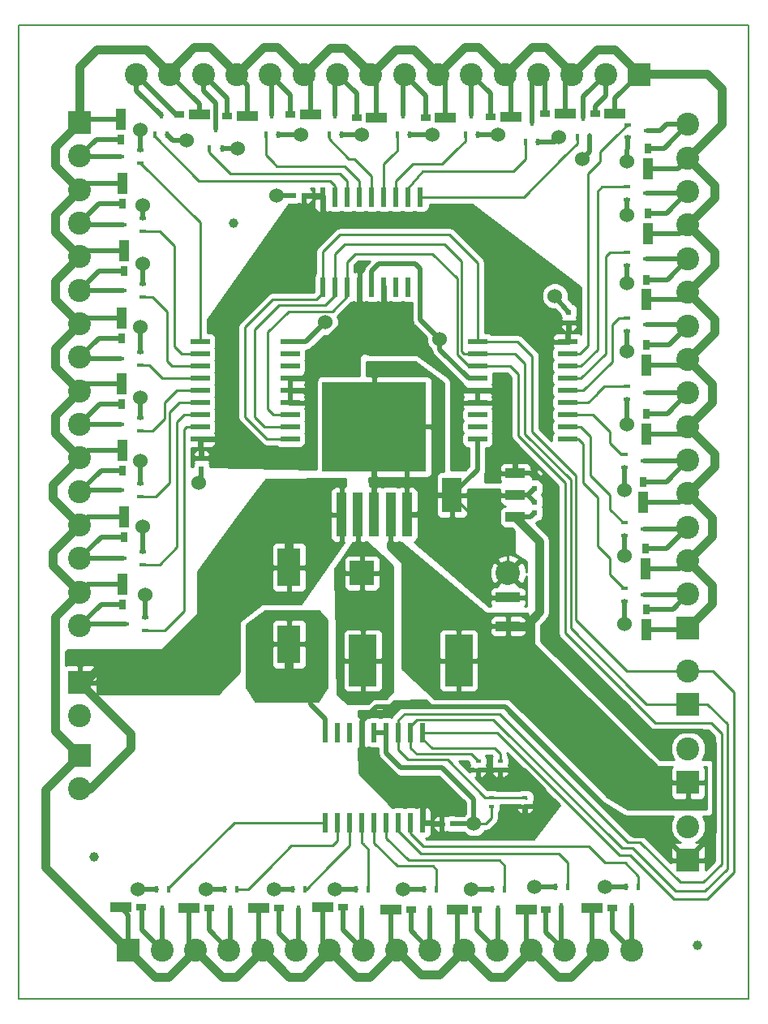
<source format=gbr>
G04 #@! TF.FileFunction,Copper,L1,Top,Signal*
%FSLAX46Y46*%
G04 Gerber Fmt 4.6, Leading zero omitted, Abs format (unit mm)*
G04 Created by KiCad (PCBNEW 4.0.1-stable) date 4/11/2017 9:36:50 PM*
%MOMM*%
G01*
G04 APERTURE LIST*
%ADD10C,0.100000*%
%ADD11C,0.150000*%
%ADD12R,1.100000X4.600000*%
%ADD13R,10.800000X9.400000*%
%ADD14C,2.400000*%
%ADD15R,2.400000X2.400000*%
%ADD16R,0.600000X0.400000*%
%ADD17R,0.500000X0.600000*%
%ADD18R,2.500000X1.000000*%
%ADD19R,0.600000X0.500000*%
%ADD20R,2.900680X5.400040*%
%ADD21R,2.032000X3.657600*%
%ADD22R,2.032000X1.016000*%
%ADD23R,2.400300X4.000500*%
%ADD24C,2.540000*%
%ADD25R,2.540000X2.540000*%
%ADD26R,0.600000X2.000000*%
%ADD27R,2.000000X0.600000*%
%ADD28R,0.457200X0.711200*%
%ADD29R,0.711200X0.457200*%
%ADD30R,2.200000X1.100000*%
%ADD31R,1.000000X0.800000*%
%ADD32R,1.100000X2.200000*%
%ADD33R,0.800000X1.000000*%
%ADD34C,1.000000*%
%ADD35C,1.524000*%
%ADD36C,0.508000*%
%ADD37C,0.250000*%
%ADD38C,0.889000*%
%ADD39C,0.254000*%
G04 APERTURE END LIST*
D10*
D11*
X191770000Y-149860000D02*
X191770000Y-48260000D01*
X115570000Y-48260000D02*
X115570000Y-149860000D01*
X115570000Y-149860000D02*
X191770000Y-149860000D01*
X191770000Y-48260000D02*
X115570000Y-48260000D01*
D12*
X156054000Y-99314000D03*
X154354000Y-99314000D03*
X150954000Y-99314000D03*
D13*
X152654000Y-90164000D03*
D12*
X152654000Y-99314000D03*
X149254000Y-99314000D03*
D14*
X185420000Y-131882000D03*
D15*
X185420000Y-135382000D03*
D14*
X185420000Y-123754000D03*
D15*
X185420000Y-127254000D03*
D16*
X163500000Y-125950000D03*
X163500000Y-125050000D03*
X165800000Y-125950000D03*
X165800000Y-125050000D03*
D17*
X169418000Y-99102000D03*
X169418000Y-98002000D03*
X169418000Y-95462000D03*
X169418000Y-96562000D03*
D18*
X166624000Y-110974000D03*
X166624000Y-107974000D03*
D19*
X160824000Y-131572000D03*
X159724000Y-131572000D03*
D17*
X172974000Y-78190000D03*
X172974000Y-79290000D03*
D19*
X144230000Y-66040000D03*
X145330000Y-66040000D03*
D17*
X134620000Y-94530000D03*
X134620000Y-93430000D03*
D20*
X151462740Y-114554000D03*
X161465260Y-114554000D03*
D14*
X185420000Y-115626000D03*
D15*
X185420000Y-119126000D03*
D14*
X121920000Y-120340000D03*
D15*
X121920000Y-116840000D03*
D14*
X121920000Y-127960000D03*
D15*
X121920000Y-124460000D03*
D14*
X134000000Y-144780000D03*
X130500000Y-144780000D03*
X137500000Y-144780000D03*
X141000000Y-144780000D03*
X144500000Y-144780000D03*
X148000000Y-144780000D03*
D15*
X127000000Y-144780000D03*
D14*
X151500000Y-144780000D03*
X155000000Y-144780000D03*
X158500000Y-144780000D03*
X162000000Y-144780000D03*
X165500000Y-144780000D03*
X169000000Y-144780000D03*
X172500000Y-144780000D03*
X176000000Y-144780000D03*
X179500000Y-144780000D03*
X185420000Y-104125000D03*
X185420000Y-107625000D03*
X185420000Y-100625000D03*
X185420000Y-97125000D03*
X185420000Y-93625000D03*
X185420000Y-90125000D03*
D15*
X185420000Y-111125000D03*
D14*
X185420000Y-86625000D03*
X185420000Y-83125000D03*
X185420000Y-79625000D03*
X185420000Y-76125000D03*
X185420000Y-72625000D03*
X185420000Y-69125000D03*
X185420000Y-65625000D03*
X185420000Y-62125000D03*
X185420000Y-58625000D03*
X173300000Y-53400000D03*
X176800000Y-53400000D03*
X169800000Y-53400000D03*
X166300000Y-53400000D03*
X162800000Y-53400000D03*
X159300000Y-53400000D03*
D15*
X180300000Y-53400000D03*
D14*
X155800000Y-53400000D03*
X152300000Y-53400000D03*
X148800000Y-53400000D03*
X145300000Y-53400000D03*
X141800000Y-53400000D03*
X138300000Y-53400000D03*
X134800000Y-53400000D03*
X131300000Y-53400000D03*
X127800000Y-53400000D03*
X121920000Y-65420000D03*
X121920000Y-61920000D03*
X121920000Y-68920000D03*
X121920000Y-72420000D03*
X121920000Y-75920000D03*
X121920000Y-79420000D03*
D15*
X121920000Y-58420000D03*
D14*
X121920000Y-82920000D03*
X121920000Y-86420000D03*
X121920000Y-89920000D03*
X121920000Y-93420000D03*
X121920000Y-96920000D03*
X121920000Y-100420000D03*
X121920000Y-103920000D03*
X121920000Y-107420000D03*
X121920000Y-110920000D03*
D21*
X160782000Y-97282000D03*
D22*
X167386000Y-97282000D03*
X167386000Y-94996000D03*
X167386000Y-99568000D03*
D16*
X168400000Y-129750000D03*
X168400000Y-128850000D03*
X164900000Y-128850000D03*
X164900000Y-129750000D03*
D23*
X143764000Y-104838500D03*
X143764000Y-112839500D03*
D24*
X166625220Y-105407040D03*
D25*
X151385220Y-105407040D03*
D26*
X157734000Y-122046000D03*
X156464000Y-122046000D03*
X155194000Y-122046000D03*
X153924000Y-122046000D03*
X152654000Y-122046000D03*
X151384000Y-122046000D03*
X150114000Y-122046000D03*
X148844000Y-122046000D03*
X147574000Y-122046000D03*
X147574000Y-131446000D03*
X148844000Y-131446000D03*
X150114000Y-131446000D03*
X151384000Y-131446000D03*
X152654000Y-131446000D03*
X153924000Y-131446000D03*
X155194000Y-131446000D03*
X156464000Y-131446000D03*
X157734000Y-131446000D03*
D27*
X163448000Y-81280000D03*
X163448000Y-82550000D03*
X163448000Y-83820000D03*
X163448000Y-85090000D03*
X163448000Y-86360000D03*
X163448000Y-87630000D03*
X163448000Y-88900000D03*
X163448000Y-90170000D03*
X163448000Y-91440000D03*
X172848000Y-91440000D03*
X172848000Y-90170000D03*
X172848000Y-88900000D03*
X172848000Y-87630000D03*
X172848000Y-86360000D03*
X172848000Y-85090000D03*
X172848000Y-83820000D03*
X172848000Y-82550000D03*
X172848000Y-81280000D03*
D26*
X147320000Y-75566000D03*
X148590000Y-75566000D03*
X149860000Y-75566000D03*
X151130000Y-75566000D03*
X152400000Y-75566000D03*
X153670000Y-75566000D03*
X154940000Y-75566000D03*
X156210000Y-75566000D03*
X157480000Y-75566000D03*
X157480000Y-66166000D03*
X156210000Y-66166000D03*
X154940000Y-66166000D03*
X153670000Y-66166000D03*
X152400000Y-66166000D03*
X151130000Y-66166000D03*
X149860000Y-66166000D03*
X148590000Y-66166000D03*
X147320000Y-66166000D03*
D27*
X143892000Y-91440000D03*
X143892000Y-90170000D03*
X143892000Y-88900000D03*
X143892000Y-87630000D03*
X143892000Y-86360000D03*
X143892000Y-85090000D03*
X143892000Y-83820000D03*
X143892000Y-82550000D03*
X143892000Y-81280000D03*
X134492000Y-81280000D03*
X134492000Y-82550000D03*
X134492000Y-83820000D03*
X134492000Y-85090000D03*
X134492000Y-86360000D03*
X134492000Y-87630000D03*
X134492000Y-88900000D03*
X134492000Y-90170000D03*
X134492000Y-91440000D03*
D28*
X131216400Y-138430000D03*
X129895600Y-138430000D03*
X130556000Y-140462000D03*
X138328400Y-138430000D03*
X137007600Y-138430000D03*
X137668000Y-140462000D03*
X145440400Y-138430000D03*
X144119600Y-138430000D03*
X144780000Y-140462000D03*
X152044400Y-138430000D03*
X150723600Y-138430000D03*
X151384000Y-140462000D03*
X159156400Y-138430000D03*
X157835600Y-138430000D03*
X158496000Y-140462000D03*
X166268400Y-138430000D03*
X164947600Y-138430000D03*
X165608000Y-140462000D03*
X172872400Y-138176000D03*
X171551600Y-138176000D03*
X172212000Y-140208000D03*
X180238400Y-138176000D03*
X178917600Y-138176000D03*
X179578000Y-140208000D03*
D29*
X178816000Y-107035600D03*
X178816000Y-108356400D03*
X180848000Y-107696000D03*
X178816000Y-100177600D03*
X178816000Y-101498400D03*
X180848000Y-100838000D03*
X178816000Y-93065600D03*
X178816000Y-94386400D03*
X180848000Y-93726000D03*
X179070000Y-85953600D03*
X179070000Y-87274400D03*
X181102000Y-86614000D03*
X179070000Y-78841600D03*
X179070000Y-80162400D03*
X181102000Y-79502000D03*
X179070000Y-71983600D03*
X179070000Y-73304400D03*
X181102000Y-72644000D03*
X179070000Y-65125600D03*
X179070000Y-66446400D03*
X181102000Y-65786000D03*
X179084000Y-58639600D03*
X179084000Y-59960400D03*
X181116000Y-59300000D03*
D28*
X173837600Y-59944000D03*
X175158400Y-59944000D03*
X174498000Y-57912000D03*
X168439600Y-60416000D03*
X169760400Y-60416000D03*
X169100000Y-58384000D03*
X162153600Y-59690000D03*
X163474400Y-59690000D03*
X162814000Y-57658000D03*
X155041600Y-59690000D03*
X156362400Y-59690000D03*
X155702000Y-57658000D03*
X147929600Y-59690000D03*
X149250400Y-59690000D03*
X148590000Y-57658000D03*
X141325600Y-59690000D03*
X142646400Y-59690000D03*
X141986000Y-57658000D03*
X135439600Y-61116000D03*
X136760400Y-61116000D03*
X136100000Y-59084000D03*
X129739600Y-59716000D03*
X131060400Y-59716000D03*
X130400000Y-57684000D03*
D29*
X128270000Y-62636400D03*
X128270000Y-61315600D03*
X126238000Y-61976000D03*
X128524000Y-69748400D03*
X128524000Y-68427600D03*
X126492000Y-69088000D03*
X128524000Y-76606400D03*
X128524000Y-75285600D03*
X126492000Y-75946000D03*
X128270000Y-83718400D03*
X128270000Y-82397600D03*
X126238000Y-83058000D03*
X128270000Y-90576400D03*
X128270000Y-89255600D03*
X126238000Y-89916000D03*
X128270000Y-97434400D03*
X128270000Y-96113600D03*
X126238000Y-96774000D03*
X128524000Y-104546400D03*
X128524000Y-103225600D03*
X126492000Y-103886000D03*
X128778000Y-111404400D03*
X128778000Y-110083600D03*
X126746000Y-110744000D03*
D30*
X126200000Y-140300000D03*
D31*
X128300000Y-140300000D03*
D30*
X133300000Y-140400000D03*
D31*
X135400000Y-140400000D03*
D30*
X140600000Y-140400000D03*
D31*
X142700000Y-140400000D03*
D30*
X147300000Y-140300000D03*
D31*
X149400000Y-140300000D03*
D30*
X154400000Y-140500000D03*
D31*
X156500000Y-140500000D03*
D30*
X161300000Y-140500000D03*
D31*
X163400000Y-140500000D03*
D30*
X168500000Y-140500000D03*
D31*
X170600000Y-140500000D03*
D30*
X175400000Y-140400000D03*
D31*
X177500000Y-140400000D03*
D32*
X181100000Y-111300000D03*
D33*
X181100000Y-109200000D03*
D32*
X181000000Y-105000000D03*
D33*
X181000000Y-102900000D03*
D32*
X180700000Y-98000000D03*
D33*
X180700000Y-95900000D03*
D32*
X181100000Y-90900000D03*
D33*
X181100000Y-88800000D03*
D32*
X181100000Y-83700000D03*
D33*
X181100000Y-81600000D03*
D32*
X181100000Y-76900000D03*
D33*
X181100000Y-74800000D03*
D32*
X181200000Y-70000000D03*
D33*
X181200000Y-67900000D03*
D32*
X181200000Y-63200000D03*
D33*
X181200000Y-61100000D03*
D30*
X177800000Y-57500000D03*
D31*
X175700000Y-57500000D03*
D30*
X172600000Y-57500000D03*
D31*
X170500000Y-57500000D03*
D30*
X166900000Y-57800000D03*
D31*
X164800000Y-57800000D03*
D30*
X160100000Y-57900000D03*
D31*
X158000000Y-57900000D03*
D30*
X152900000Y-57900000D03*
D31*
X150800000Y-57900000D03*
D30*
X146000000Y-57600000D03*
D31*
X143900000Y-57600000D03*
D30*
X139400000Y-57700000D03*
D31*
X137300000Y-57700000D03*
D30*
X134400000Y-57600000D03*
D31*
X132300000Y-57600000D03*
D32*
X126200000Y-58100000D03*
D33*
X126200000Y-60200000D03*
D32*
X126400000Y-64800000D03*
D33*
X126400000Y-66900000D03*
D32*
X126500000Y-71800000D03*
D33*
X126500000Y-73900000D03*
D32*
X126300000Y-85700000D03*
D33*
X126300000Y-87800000D03*
D32*
X126400000Y-92600000D03*
D33*
X126400000Y-94700000D03*
D32*
X126500000Y-99600000D03*
D33*
X126500000Y-101700000D03*
D32*
X126400000Y-106600000D03*
D33*
X126400000Y-108700000D03*
D32*
X126300000Y-78800000D03*
D33*
X126300000Y-80900000D03*
D34*
X138000000Y-68900000D03*
X123400000Y-135000000D03*
X186400000Y-144300000D03*
D35*
X133100000Y-60300000D03*
X138400000Y-61100000D03*
X171958000Y-59944000D03*
X174400000Y-62200000D03*
X147574000Y-79248000D03*
X163068000Y-131572000D03*
X143764000Y-116840000D03*
X141224000Y-116840000D03*
X146050000Y-116840000D03*
X179070000Y-68072000D03*
X128016000Y-138430000D03*
X135128000Y-138430000D03*
X142240000Y-138430000D03*
X148590000Y-138430000D03*
X155702000Y-138430000D03*
X162814000Y-138430000D03*
X169418000Y-138176000D03*
X176784000Y-138176000D03*
X171500000Y-76500000D03*
X142494000Y-66040000D03*
X134366000Y-96012000D03*
X178816000Y-110744000D03*
X178816000Y-103632000D03*
X178816000Y-96774000D03*
X179070000Y-89916000D03*
X179070000Y-82296000D03*
X179070000Y-75184000D03*
X165608000Y-59690000D03*
X158750000Y-59690000D03*
X151384000Y-59690000D03*
X145034000Y-59690000D03*
X128270000Y-59182000D03*
X128524000Y-67056000D03*
X128524000Y-73152000D03*
X128270000Y-79756000D03*
X128270000Y-87122000D03*
X128270000Y-93726000D03*
X128524000Y-100584000D03*
X128778000Y-107696000D03*
X159512000Y-81026000D03*
X179070000Y-62484000D03*
D36*
X131060400Y-59716000D02*
X131644400Y-60300000D01*
X131644400Y-60300000D02*
X133100000Y-60300000D01*
X136760400Y-61116000D02*
X138400000Y-61100000D01*
X171958000Y-59944000D02*
X171486000Y-60416000D01*
X171831000Y-60071000D02*
X171958000Y-59944000D01*
X171486000Y-60416000D02*
X169760400Y-60416000D01*
X175158400Y-59944000D02*
X175158400Y-61441600D01*
X175158400Y-61441600D02*
X174400000Y-62200000D01*
D37*
X164900000Y-129750000D02*
X164890000Y-129750000D01*
X164890000Y-129750000D02*
X164900000Y-129760000D01*
X164900000Y-129760000D02*
X164900000Y-131000000D01*
X164900000Y-131000000D02*
X164328000Y-131572000D01*
X164328000Y-131572000D02*
X163068000Y-131572000D01*
D36*
X163448000Y-85090000D02*
X162490000Y-85090000D01*
X162490000Y-85090000D02*
X159512000Y-82112000D01*
X159512000Y-82112000D02*
X159512000Y-81026000D01*
X157480000Y-78994000D02*
X157480000Y-75566000D01*
X159512000Y-81026000D02*
X157480000Y-78994000D01*
X145542000Y-81280000D02*
X147574000Y-79248000D01*
X145542000Y-81280000D02*
X143892000Y-81280000D01*
D37*
X166625220Y-105407040D02*
X166625220Y-103125220D01*
X166625220Y-103125220D02*
X160782000Y-97282000D01*
X160782000Y-97282000D02*
X167386000Y-97282000D01*
D36*
X153924000Y-122046000D02*
X153924000Y-124206000D01*
X163068000Y-131572000D02*
X160824000Y-131572000D01*
X163068000Y-129032000D02*
X163068000Y-131572000D01*
X159766000Y-125730000D02*
X163068000Y-129032000D01*
X155448000Y-125730000D02*
X159766000Y-125730000D01*
X153924000Y-124206000D02*
X155448000Y-125730000D01*
X147574000Y-122046000D02*
X147574000Y-120650000D01*
X146050000Y-119126000D02*
X147447000Y-120523000D01*
D38*
X146050000Y-116840000D02*
X143764000Y-116840000D01*
X143764000Y-116840000D02*
X143764000Y-112839500D01*
X141224000Y-116840000D02*
X143764000Y-116840000D01*
D36*
X146050000Y-116840000D02*
X146050000Y-119126000D01*
X147574000Y-120650000D02*
X147447000Y-120523000D01*
X147574000Y-121158000D02*
X147574000Y-122046000D01*
X156054000Y-99314000D02*
X156054000Y-93564000D01*
X156054000Y-93564000D02*
X152654000Y-90164000D01*
X160782000Y-97282000D02*
X159258000Y-97282000D01*
X157226000Y-99314000D02*
X156054000Y-99314000D01*
X159258000Y-97282000D02*
X157226000Y-99314000D01*
X152654000Y-99314000D02*
X152654000Y-90164000D01*
X179070000Y-66446400D02*
X179070000Y-68072000D01*
X163448000Y-91440000D02*
X163448000Y-94616000D01*
X163448000Y-94616000D02*
X160782000Y-97282000D01*
X157480000Y-75566000D02*
X157480000Y-73660000D01*
X157480000Y-73660000D02*
X156972000Y-73152000D01*
X156972000Y-73152000D02*
X153162000Y-73152000D01*
X153162000Y-73152000D02*
X152400000Y-73914000D01*
X152400000Y-75566000D02*
X152400000Y-73914000D01*
X143892000Y-81280000D02*
X144780000Y-81280000D01*
X152654000Y-122046000D02*
X153924000Y-122046000D01*
X129895600Y-138430000D02*
X128016000Y-138430000D01*
X137007600Y-138430000D02*
X135128000Y-138430000D01*
X144119600Y-138430000D02*
X142240000Y-138430000D01*
X150723600Y-138430000D02*
X148590000Y-138430000D01*
X157835600Y-138430000D02*
X155702000Y-138430000D01*
X164947600Y-138430000D02*
X162814000Y-138430000D01*
X171551600Y-138176000D02*
X169418000Y-138176000D01*
X178917600Y-138176000D02*
X176784000Y-138176000D01*
X172974000Y-78190000D02*
X171500000Y-76500000D01*
X144230000Y-66040000D02*
X142494000Y-66040000D01*
X134620000Y-94530000D02*
X134620000Y-95758000D01*
X134620000Y-95758000D02*
X134366000Y-96012000D01*
X178816000Y-108356400D02*
X178816000Y-110744000D01*
X178816000Y-101498400D02*
X178816000Y-103632000D01*
X178816000Y-94386400D02*
X178816000Y-96774000D01*
X179070000Y-87274400D02*
X179070000Y-89916000D01*
X179070000Y-80162400D02*
X179070000Y-82296000D01*
X179070000Y-73304400D02*
X179070000Y-75184000D01*
X179084000Y-59960400D02*
X179070000Y-62484000D01*
X175158400Y-59944000D02*
X175158400Y-59791600D01*
X163474400Y-59690000D02*
X165608000Y-59690000D01*
X156362400Y-59690000D02*
X158750000Y-59690000D01*
X149250400Y-59690000D02*
X151384000Y-59690000D01*
X142646400Y-59690000D02*
X145034000Y-59690000D01*
X128270000Y-61315600D02*
X128270000Y-59182000D01*
X128524000Y-68427600D02*
X128524000Y-67056000D01*
X128524000Y-75285600D02*
X128524000Y-73152000D01*
X128270000Y-82397600D02*
X128270000Y-79756000D01*
X128270000Y-89255600D02*
X128270000Y-87122000D01*
X128270000Y-96113600D02*
X128270000Y-93726000D01*
X128524000Y-103225600D02*
X128524000Y-100584000D01*
X128778000Y-110083600D02*
X128778000Y-107696000D01*
X169418000Y-96562000D02*
X168698000Y-97282000D01*
X168698000Y-97282000D02*
X167386000Y-97282000D01*
X169418000Y-98002000D02*
X168698000Y-97282000D01*
X168698000Y-97282000D02*
X167386000Y-97282000D01*
X168400000Y-129750000D02*
X169650000Y-129750000D01*
X168250000Y-125950000D02*
X165800000Y-125950000D01*
X170400000Y-128100000D02*
X168250000Y-125950000D01*
X170400000Y-129000000D02*
X170400000Y-128100000D01*
X169650000Y-129750000D02*
X170400000Y-129000000D01*
X163500000Y-125950000D02*
X165800000Y-125950000D01*
X159724000Y-131572000D02*
X159724000Y-132424000D01*
X168400000Y-131500000D02*
X168400000Y-129750000D01*
X166800000Y-133100000D02*
X168400000Y-131500000D01*
X160400000Y-133100000D02*
X166800000Y-133100000D01*
X159724000Y-132424000D02*
X160400000Y-133100000D01*
X188214000Y-124600000D02*
X188214000Y-123214000D01*
X169418000Y-94996000D02*
X171196000Y-96774000D01*
X171196000Y-96774000D02*
X171196000Y-107696000D01*
X169418000Y-94996000D02*
X167386000Y-94996000D01*
X178562000Y-118872000D02*
X171196000Y-111506000D01*
X171196000Y-111506000D02*
X171196000Y-107696000D01*
X178572000Y-118872000D02*
X178562000Y-118872000D01*
X181600000Y-121900000D02*
X178572000Y-118872000D01*
X186900000Y-121900000D02*
X181600000Y-121900000D01*
X188214000Y-123214000D02*
X186900000Y-121900000D01*
X139192000Y-93218000D02*
X144526000Y-93218000D01*
X144526000Y-93218000D02*
X145796000Y-91948000D01*
X145796000Y-91948000D02*
X145796000Y-86868000D01*
X145796000Y-86868000D02*
X145288000Y-86360000D01*
X145288000Y-86360000D02*
X143892000Y-86360000D01*
X185420000Y-135382000D02*
X185318000Y-135382000D01*
X185318000Y-135382000D02*
X188214000Y-132486000D01*
X188214000Y-132486000D02*
X188214000Y-124600000D01*
X185420000Y-135382000D02*
X182880000Y-132842000D01*
X179832000Y-132842000D02*
X167640000Y-120650000D01*
X182880000Y-132842000D02*
X179832000Y-132842000D01*
X151384000Y-122046000D02*
X151384000Y-120904000D01*
X151384000Y-120904000D02*
X152908000Y-119380000D01*
X152908000Y-119380000D02*
X166370000Y-119380000D01*
X166370000Y-119380000D02*
X167640000Y-120650000D01*
X167640000Y-120650000D02*
X168148000Y-121158000D01*
X184658000Y-134620000D02*
X185420000Y-135382000D01*
X147320000Y-66166000D02*
X147320000Y-69088000D01*
X137414000Y-78994000D02*
X137414000Y-91440000D01*
X147320000Y-69088000D02*
X137414000Y-78994000D01*
X163448000Y-86360000D02*
X162306000Y-86360000D01*
X162306000Y-86360000D02*
X161036000Y-85090000D01*
X161036000Y-85090000D02*
X158750000Y-82804000D01*
X151130000Y-75566000D02*
X151130000Y-77724000D01*
X145288000Y-85090000D02*
X143892000Y-85090000D01*
X145796000Y-84582000D02*
X145288000Y-85090000D01*
X145796000Y-83058000D02*
X145796000Y-84582000D01*
X151130000Y-77724000D02*
X145796000Y-83058000D01*
X153670000Y-78486000D02*
X153670000Y-75566000D01*
X157988000Y-82804000D02*
X153670000Y-78486000D01*
X158750000Y-82804000D02*
X157988000Y-82804000D01*
X160528000Y-84582000D02*
X158750000Y-82804000D01*
X160528000Y-84582000D02*
X160528000Y-84582000D01*
X162306000Y-86360000D02*
X160528000Y-84582000D01*
X163448000Y-86360000D02*
X163448000Y-87630000D01*
X167386000Y-94996000D02*
X167386000Y-92202000D01*
X167386000Y-92202000D02*
X165608000Y-90424000D01*
X165608000Y-90424000D02*
X165608000Y-87122000D01*
X165608000Y-87122000D02*
X164846000Y-86360000D01*
X164846000Y-86360000D02*
X163448000Y-86360000D01*
X143892000Y-86360000D02*
X143892000Y-87630000D01*
X143892000Y-86360000D02*
X143892000Y-85090000D01*
X134492000Y-91440000D02*
X137414000Y-91440000D01*
X137414000Y-91440000D02*
X137414000Y-91440000D01*
X137414000Y-91440000D02*
X139192000Y-93218000D01*
X151384000Y-122046000D02*
X151384000Y-124968000D01*
X157734000Y-128778000D02*
X157734000Y-131446000D01*
X156464000Y-127508000D02*
X157734000Y-128778000D01*
X153924000Y-127508000D02*
X156464000Y-127508000D01*
X151384000Y-124968000D02*
X153924000Y-127508000D01*
X159724000Y-131572000D02*
X157860000Y-131572000D01*
X157860000Y-131572000D02*
X157734000Y-131446000D01*
X172974000Y-79290000D02*
X172974000Y-81154000D01*
X172974000Y-81154000D02*
X172848000Y-81280000D01*
X145330000Y-66040000D02*
X147194000Y-66040000D01*
X147194000Y-66040000D02*
X147320000Y-66166000D01*
X134620000Y-93430000D02*
X134620000Y-91568000D01*
X134620000Y-91568000D02*
X134492000Y-91440000D01*
X169418000Y-95462000D02*
X168952000Y-94996000D01*
X168952000Y-94996000D02*
X167386000Y-94996000D01*
X169418000Y-99102000D02*
X168952000Y-99568000D01*
X168952000Y-99568000D02*
X167386000Y-99568000D01*
D38*
X167386000Y-99568000D02*
X169926000Y-102108000D01*
X168426000Y-110974000D02*
X166624000Y-110974000D01*
X169926000Y-109474000D02*
X168426000Y-110974000D01*
X169926000Y-102108000D02*
X169926000Y-109474000D01*
D37*
X131216400Y-138430000D02*
X131216400Y-138283600D01*
X131216400Y-138283600D02*
X133100000Y-136400000D01*
X133100000Y-136400000D02*
X133100000Y-136394000D01*
X147574000Y-131446000D02*
X138048000Y-131446000D01*
X138048000Y-131446000D02*
X133100000Y-136394000D01*
X138328400Y-138430000D02*
X139470000Y-138430000D01*
X141600000Y-136300000D02*
X141600000Y-136276000D01*
X139470000Y-138430000D02*
X141600000Y-136300000D01*
X148844000Y-133350000D02*
X148844000Y-131446000D01*
X148336000Y-133858000D02*
X148844000Y-133350000D01*
X144018000Y-133858000D02*
X148336000Y-133858000D01*
X141600000Y-136276000D02*
X144018000Y-133858000D01*
X145440400Y-138430000D02*
X145570000Y-138430000D01*
X145570000Y-138430000D02*
X148000000Y-136000000D01*
X148000000Y-136000000D02*
X148000000Y-135972000D01*
X150114000Y-133858000D02*
X150114000Y-131446000D01*
X148000000Y-135972000D02*
X150114000Y-133858000D01*
X152044400Y-138430000D02*
X152044400Y-134244400D01*
X151500000Y-133700000D02*
X151500000Y-133720000D01*
X152044400Y-134244400D02*
X151500000Y-133700000D01*
X151384000Y-133604000D02*
X151384000Y-131446000D01*
X151500000Y-133720000D02*
X151384000Y-133604000D01*
X159156400Y-138430000D02*
X159156400Y-136356400D01*
X159156400Y-136356400D02*
X158800000Y-136000000D01*
X152654000Y-133604000D02*
X152654000Y-131446000D01*
X155050000Y-136000000D02*
X152654000Y-133604000D01*
X158800000Y-136000000D02*
X155050000Y-136000000D01*
X166268400Y-138430000D02*
X166268400Y-135968400D01*
X166268400Y-135968400D02*
X165700000Y-135400000D01*
X153924000Y-133096000D02*
X153924000Y-131446000D01*
X156228000Y-135400000D02*
X153924000Y-133096000D01*
X165700000Y-135400000D02*
X156228000Y-135400000D01*
X172872400Y-138176000D02*
X172872400Y-135672400D01*
X172872400Y-135672400D02*
X171900000Y-134700000D01*
X155194000Y-131446000D02*
X155194000Y-132334000D01*
X155194000Y-132334000D02*
X157560000Y-134700000D01*
X157560000Y-134700000D02*
X171900000Y-134700000D01*
X180238400Y-138176000D02*
X180238400Y-137038400D01*
X180238400Y-137038400D02*
X178836000Y-135636000D01*
X156464000Y-131446000D02*
X156464000Y-132588000D01*
X157776000Y-133900000D02*
X175048000Y-133900000D01*
X156464000Y-132588000D02*
X157776000Y-133900000D01*
X176784000Y-135636000D02*
X175048000Y-133900000D01*
X178836000Y-135636000D02*
X176784000Y-135636000D01*
X178816000Y-107035600D02*
X178735600Y-107035600D01*
X178735600Y-107035600D02*
X177292000Y-105592000D01*
X172848000Y-91440000D02*
X173990000Y-91440000D01*
X176022000Y-97536000D02*
X176022000Y-102616000D01*
X174498000Y-96012000D02*
X176022000Y-97536000D01*
X174498000Y-91948000D02*
X174498000Y-96012000D01*
X173990000Y-91440000D02*
X174498000Y-91948000D01*
X177292000Y-103886000D02*
X177292000Y-105592000D01*
X176022000Y-102616000D02*
X177292000Y-103886000D01*
X178816000Y-100177600D02*
X178677600Y-100177600D01*
X178677600Y-100177600D02*
X177292000Y-98792000D01*
X177292000Y-98792000D02*
X177292000Y-97282000D01*
X174244000Y-90170000D02*
X172848000Y-90170000D01*
X175260000Y-91186000D02*
X174244000Y-90170000D01*
X175260000Y-95250000D02*
X175260000Y-91186000D01*
X177292000Y-97282000D02*
X175260000Y-95250000D01*
X178816000Y-93065600D02*
X178465600Y-93065600D01*
X178465600Y-93065600D02*
X177292000Y-91892000D01*
X177292000Y-91892000D02*
X177292000Y-90678000D01*
X175514000Y-88900000D02*
X172848000Y-88900000D01*
X177292000Y-90678000D02*
X175514000Y-88900000D01*
X179070000Y-85953600D02*
X176646400Y-85953600D01*
X175900000Y-86700000D02*
X175900000Y-86736000D01*
X176646400Y-85953600D02*
X175900000Y-86700000D01*
X175006000Y-87630000D02*
X172848000Y-87630000D01*
X175900000Y-86736000D02*
X175006000Y-87630000D01*
X179070000Y-78841600D02*
X178158400Y-78841600D01*
X178158400Y-78841600D02*
X177476000Y-79524000D01*
X174498000Y-86360000D02*
X172848000Y-86360000D01*
X177476000Y-83382000D02*
X174498000Y-86360000D01*
X177476000Y-79524000D02*
X177476000Y-83382000D01*
X179070000Y-71983600D02*
X177216400Y-71983600D01*
X177216400Y-71983600D02*
X176814000Y-72386000D01*
X174244000Y-85090000D02*
X172848000Y-85090000D01*
X176814000Y-82520000D02*
X174244000Y-85090000D01*
X176814000Y-72386000D02*
X176814000Y-82520000D01*
X176474400Y-65125600D02*
X176428400Y-65125600D01*
X175952000Y-65602000D02*
X175952000Y-82112000D01*
X175952000Y-82112000D02*
X174244000Y-83820000D01*
X172848000Y-83820000D02*
X174244000Y-83820000D01*
X176474400Y-65125600D02*
X179070000Y-65125600D01*
X176428400Y-65125600D02*
X175952000Y-65602000D01*
X172848000Y-82550000D02*
X174150000Y-82550000D01*
X175000000Y-81700000D02*
X175000000Y-63760000D01*
X174150000Y-82550000D02*
X175000000Y-81700000D01*
X179084000Y-58639600D02*
X177908400Y-59791600D01*
X177908400Y-59791600D02*
X176276000Y-61424000D01*
X176276000Y-62484000D02*
X175000000Y-63760000D01*
X176276000Y-61424000D02*
X176276000Y-62484000D01*
D36*
X126400000Y-106600000D02*
X122740000Y-106600000D01*
X122740000Y-106600000D02*
X121920000Y-107420000D01*
X126500000Y-99600000D02*
X122740000Y-99600000D01*
X122740000Y-99600000D02*
X121920000Y-100420000D01*
X126400000Y-92600000D02*
X122740000Y-92600000D01*
X122740000Y-92600000D02*
X121920000Y-93420000D01*
X126300000Y-85700000D02*
X122640000Y-85700000D01*
X122640000Y-85700000D02*
X121920000Y-86420000D01*
X126300000Y-78800000D02*
X122540000Y-78800000D01*
X122540000Y-78800000D02*
X121920000Y-79420000D01*
X126500000Y-71800000D02*
X122540000Y-71800000D01*
X122540000Y-71800000D02*
X121920000Y-72420000D01*
X126400000Y-64800000D02*
X122540000Y-64800000D01*
X122540000Y-64800000D02*
X121920000Y-65420000D01*
X126200000Y-58100000D02*
X122240000Y-58100000D01*
X122240000Y-58100000D02*
X121920000Y-58420000D01*
X134400000Y-57600000D02*
X134400000Y-56500000D01*
X134400000Y-56500000D02*
X131300000Y-53400000D01*
X139400000Y-57700000D02*
X139400000Y-54500000D01*
X139400000Y-54500000D02*
X138300000Y-53400000D01*
X146000000Y-57600000D02*
X146000000Y-54100000D01*
X146000000Y-54100000D02*
X145300000Y-53400000D01*
X152900000Y-57900000D02*
X152900000Y-54000000D01*
X152900000Y-54000000D02*
X152300000Y-53400000D01*
X160100000Y-57900000D02*
X160100000Y-54200000D01*
X160100000Y-54200000D02*
X159300000Y-53400000D01*
X166900000Y-57800000D02*
X166900000Y-54000000D01*
X166900000Y-54000000D02*
X166300000Y-53400000D01*
X172600000Y-57500000D02*
X172600000Y-54100000D01*
X172600000Y-54100000D02*
X173300000Y-53400000D01*
X177800000Y-57500000D02*
X177800000Y-55900000D01*
X177800000Y-55900000D02*
X180300000Y-53400000D01*
X181200000Y-63200000D02*
X184345000Y-63200000D01*
X184345000Y-63200000D02*
X185420000Y-62125000D01*
X181200000Y-70000000D02*
X184545000Y-70000000D01*
X184545000Y-70000000D02*
X185420000Y-69125000D01*
X181100000Y-76900000D02*
X184645000Y-76900000D01*
X184645000Y-76900000D02*
X185420000Y-76125000D01*
X181100000Y-83700000D02*
X184845000Y-83700000D01*
X184845000Y-83700000D02*
X185420000Y-83125000D01*
X181100000Y-90900000D02*
X184645000Y-90900000D01*
X184645000Y-90900000D02*
X185420000Y-90125000D01*
X180700000Y-98000000D02*
X184545000Y-98000000D01*
X184545000Y-98000000D02*
X185420000Y-97125000D01*
X181000000Y-105000000D02*
X184545000Y-105000000D01*
X184545000Y-105000000D02*
X185420000Y-104125000D01*
X181100000Y-111300000D02*
X185245000Y-111300000D01*
X185245000Y-111300000D02*
X185420000Y-111125000D01*
X175400000Y-140400000D02*
X175400000Y-144180000D01*
X175400000Y-144180000D02*
X176000000Y-144780000D01*
X168500000Y-140500000D02*
X168500000Y-144280000D01*
X168500000Y-144280000D02*
X169000000Y-144780000D01*
X161300000Y-140500000D02*
X161300000Y-144080000D01*
X161300000Y-144080000D02*
X162000000Y-144780000D01*
X154400000Y-140500000D02*
X154400000Y-144180000D01*
X154400000Y-144180000D02*
X155000000Y-144780000D01*
X147300000Y-140300000D02*
X147300000Y-144080000D01*
X147300000Y-144080000D02*
X148000000Y-144780000D01*
X140600000Y-140400000D02*
X140600000Y-144380000D01*
X140600000Y-144380000D02*
X141000000Y-144780000D01*
X133300000Y-140400000D02*
X133300000Y-144080000D01*
X133300000Y-144080000D02*
X134000000Y-144780000D01*
X126200000Y-140300000D02*
X127000000Y-141100000D01*
X127000000Y-141100000D02*
X127000000Y-144780000D01*
D38*
X169000000Y-144780000D02*
X171794000Y-147574000D01*
X173206000Y-147574000D02*
X176000000Y-144780000D01*
X171794000Y-147574000D02*
X173206000Y-147574000D01*
X162000000Y-144780000D02*
X164794000Y-147574000D01*
X166206000Y-147574000D02*
X169000000Y-144780000D01*
X164794000Y-147574000D02*
X166206000Y-147574000D01*
X155000000Y-144780000D02*
X157540000Y-147320000D01*
X159460000Y-147320000D02*
X162000000Y-144780000D01*
X157540000Y-147320000D02*
X159460000Y-147320000D01*
X148000000Y-144780000D02*
X150794000Y-147574000D01*
X152206000Y-147574000D02*
X155000000Y-144780000D01*
X150794000Y-147574000D02*
X152206000Y-147574000D01*
X141000000Y-144780000D02*
X143764000Y-147544000D01*
X145236000Y-147544000D02*
X148000000Y-144780000D01*
X143764000Y-147544000D02*
X145236000Y-147544000D01*
X134000000Y-144780000D02*
X136794000Y-147574000D01*
X138206000Y-147574000D02*
X141000000Y-144780000D01*
X136794000Y-147574000D02*
X138206000Y-147574000D01*
X127000000Y-144780000D02*
X129794000Y-147574000D01*
X131206000Y-147574000D02*
X134000000Y-144780000D01*
X129794000Y-147574000D02*
X131206000Y-147574000D01*
X121920000Y-124460000D02*
X118364000Y-128016000D01*
X118364000Y-136144000D02*
X127000000Y-144780000D01*
X118364000Y-128016000D02*
X118364000Y-136144000D01*
X185420000Y-104125000D02*
X187960000Y-106665000D01*
X187960000Y-108585000D02*
X185420000Y-111125000D01*
X187960000Y-106665000D02*
X187960000Y-108585000D01*
X185420000Y-97125000D02*
X187960000Y-99665000D01*
X187960000Y-101585000D02*
X185420000Y-104125000D01*
X187960000Y-99665000D02*
X187960000Y-101585000D01*
X185420000Y-90125000D02*
X188214000Y-92919000D01*
X188214000Y-94331000D02*
X185420000Y-97125000D01*
X188214000Y-92919000D02*
X188214000Y-94331000D01*
X185420000Y-83125000D02*
X187960000Y-85665000D01*
X187960000Y-87585000D02*
X185420000Y-90125000D01*
X187960000Y-85665000D02*
X187960000Y-87585000D01*
X185420000Y-76125000D02*
X188214000Y-78919000D01*
X188214000Y-80331000D02*
X185420000Y-83125000D01*
X188214000Y-78919000D02*
X188214000Y-80331000D01*
X185420000Y-69125000D02*
X188214000Y-71919000D01*
X188214000Y-73331000D02*
X185420000Y-76125000D01*
X188214000Y-71919000D02*
X188214000Y-73331000D01*
X185420000Y-62125000D02*
X188214000Y-64919000D01*
X188214000Y-66331000D02*
X185420000Y-69125000D01*
X188214000Y-64919000D02*
X188214000Y-66331000D01*
X180340000Y-53340000D02*
X187452000Y-53340000D01*
X188976000Y-58569000D02*
X185420000Y-62125000D01*
X188976000Y-54864000D02*
X188976000Y-58569000D01*
X187452000Y-53340000D02*
X188976000Y-54864000D01*
X173340000Y-53340000D02*
X175880000Y-50800000D01*
X177800000Y-50800000D02*
X180340000Y-53340000D01*
X175880000Y-50800000D02*
X177800000Y-50800000D01*
X166340000Y-53340000D02*
X169134000Y-50546000D01*
X170546000Y-50546000D02*
X173340000Y-53340000D01*
X169134000Y-50546000D02*
X170546000Y-50546000D01*
X159340000Y-53340000D02*
X162134000Y-50546000D01*
X163546000Y-50546000D02*
X166340000Y-53340000D01*
X162134000Y-50546000D02*
X163546000Y-50546000D01*
X152340000Y-53340000D02*
X154880000Y-50800000D01*
X156800000Y-50800000D02*
X159340000Y-53340000D01*
X154880000Y-50800000D02*
X156800000Y-50800000D01*
X145340000Y-53340000D02*
X148082000Y-50598000D01*
X149598000Y-50598000D02*
X152340000Y-53340000D01*
X148082000Y-50598000D02*
X149598000Y-50598000D01*
X138340000Y-53340000D02*
X141134000Y-50546000D01*
X142546000Y-50546000D02*
X145340000Y-53340000D01*
X141134000Y-50546000D02*
X142546000Y-50546000D01*
X131340000Y-53340000D02*
X131340000Y-53064000D01*
X131340000Y-53064000D02*
X133858000Y-50546000D01*
X135546000Y-50546000D02*
X138340000Y-53340000D01*
X133858000Y-50546000D02*
X135546000Y-50546000D01*
X121920000Y-58420000D02*
X121920000Y-52578000D01*
X128800000Y-50800000D02*
X131340000Y-53340000D01*
X123698000Y-50800000D02*
X128800000Y-50800000D01*
X121920000Y-52578000D02*
X123698000Y-50800000D01*
X121920000Y-65420000D02*
X119380000Y-62880000D01*
X119380000Y-60960000D02*
X121920000Y-58420000D01*
X119380000Y-62880000D02*
X119380000Y-60960000D01*
X121920000Y-72420000D02*
X119380000Y-69880000D01*
X119380000Y-67960000D02*
X121920000Y-65420000D01*
X119380000Y-69880000D02*
X119380000Y-67960000D01*
X121920000Y-79420000D02*
X119380000Y-76880000D01*
X119380000Y-74960000D02*
X121920000Y-72420000D01*
X119380000Y-76880000D02*
X119380000Y-74960000D01*
X121920000Y-86420000D02*
X119380000Y-83880000D01*
X119380000Y-81960000D02*
X121920000Y-79420000D01*
X119380000Y-83880000D02*
X119380000Y-81960000D01*
X121920000Y-93420000D02*
X119380000Y-90880000D01*
X119380000Y-88960000D02*
X121920000Y-86420000D01*
X119380000Y-90880000D02*
X119380000Y-88960000D01*
X121920000Y-100420000D02*
X119126000Y-97626000D01*
X119126000Y-96214000D02*
X121920000Y-93420000D01*
X119126000Y-97626000D02*
X119126000Y-96214000D01*
X121920000Y-107420000D02*
X119126000Y-104626000D01*
X119126000Y-103214000D02*
X121920000Y-100420000D01*
X119126000Y-104626000D02*
X119126000Y-103214000D01*
X121920000Y-124460000D02*
X119380000Y-121920000D01*
X119380000Y-109960000D02*
X121920000Y-107420000D01*
X119380000Y-121920000D02*
X119380000Y-109960000D01*
D36*
X172540000Y-57460000D02*
X172500000Y-57500000D01*
D37*
X185420000Y-115626000D02*
X179026000Y-115626000D01*
X179026000Y-115626000D02*
X173728000Y-110328000D01*
X157734000Y-122046000D02*
X157734000Y-122734000D01*
X157734000Y-122734000D02*
X158700000Y-123700000D01*
X165800000Y-124300000D02*
X165800000Y-125050000D01*
X165200000Y-123700000D02*
X165800000Y-124300000D01*
X158700000Y-123700000D02*
X165200000Y-123700000D01*
X182850000Y-138350000D02*
X183946000Y-139446000D01*
X183946000Y-139446000D02*
X187452000Y-139446000D01*
X167640000Y-81280000D02*
X163448000Y-81280000D01*
X173728000Y-110328000D02*
X173728000Y-95242000D01*
X173728000Y-95242000D02*
X169164000Y-90678000D01*
X169164000Y-90678000D02*
X169164000Y-82804000D01*
X169164000Y-82804000D02*
X167640000Y-81280000D01*
X185222000Y-115824000D02*
X185420000Y-115626000D01*
X157734000Y-122046000D02*
X165480000Y-122046000D01*
X188016000Y-115626000D02*
X185420000Y-115626000D01*
X187452000Y-139446000D02*
X190246000Y-136652000D01*
X190246000Y-136652000D02*
X190246000Y-117856000D01*
X190246000Y-117856000D02*
X188016000Y-115626000D01*
X184046000Y-139446000D02*
X187452000Y-139446000D01*
X179374000Y-134874000D02*
X182850000Y-138350000D01*
X182850000Y-138350000D02*
X182880000Y-138380000D01*
X178308000Y-134874000D02*
X179374000Y-134874000D01*
X165480000Y-122046000D02*
X178308000Y-134874000D01*
X147320000Y-75566000D02*
X147320000Y-76200000D01*
X147320000Y-76200000D02*
X146620000Y-76900000D01*
X146620000Y-76900000D02*
X142048000Y-76900000D01*
X142048000Y-76900000D02*
X139192000Y-79756000D01*
X139192000Y-79756000D02*
X139192000Y-89154000D01*
X139192000Y-89154000D02*
X141478000Y-91440000D01*
X141478000Y-91440000D02*
X143892000Y-91440000D01*
X147320000Y-75727660D02*
X147320000Y-71882000D01*
X163448000Y-73024000D02*
X160528000Y-70104000D01*
X160528000Y-70104000D02*
X149098000Y-70104000D01*
X149098000Y-70104000D02*
X147574000Y-71628000D01*
X163448000Y-81280000D02*
X163448000Y-73024000D01*
X147320000Y-71882000D02*
X147574000Y-71628000D01*
X179788000Y-117812000D02*
X181102000Y-119126000D01*
X181102000Y-119126000D02*
X185420000Y-119126000D01*
X156464000Y-122046000D02*
X156464000Y-123664000D01*
X162750000Y-124300000D02*
X163500000Y-125050000D01*
X157100000Y-124300000D02*
X162750000Y-124300000D01*
X156464000Y-123664000D02*
X157100000Y-124300000D01*
X156464000Y-122046000D02*
X156464000Y-121436000D01*
X156564000Y-121236000D02*
X157100000Y-120700000D01*
X189500000Y-121174000D02*
X187452000Y-119126000D01*
X189500000Y-135000000D02*
X189500000Y-121174000D01*
X179612000Y-134112000D02*
X183600000Y-138100000D01*
X187452000Y-119126000D02*
X185420000Y-119126000D01*
X165100000Y-120700000D02*
X178512000Y-134112000D01*
X178512000Y-134112000D02*
X179612000Y-134112000D01*
X184100000Y-138600000D02*
X187200000Y-138600000D01*
X187200000Y-138600000D02*
X189500000Y-136300000D01*
X189500000Y-136300000D02*
X189500000Y-135000000D01*
X183600000Y-138100000D02*
X184100000Y-138600000D01*
X157100000Y-120700000D02*
X165100000Y-120700000D01*
X163448000Y-82550000D02*
X167386000Y-82550000D01*
X167386000Y-82550000D02*
X168402000Y-83566000D01*
X168402000Y-83566000D02*
X168402000Y-90886000D01*
X168402000Y-90886000D02*
X173166000Y-95650000D01*
X173166000Y-95650000D02*
X173166000Y-111190000D01*
X173166000Y-111190000D02*
X179788000Y-117812000D01*
X179788000Y-117812000D02*
X179832000Y-117856000D01*
X148590000Y-75566000D02*
X148590000Y-76454000D01*
X141224000Y-90170000D02*
X143892000Y-90170000D01*
X140208000Y-89154000D02*
X141224000Y-90170000D01*
X140208000Y-80010000D02*
X140208000Y-89154000D01*
X142718000Y-77500000D02*
X140208000Y-80010000D01*
X147544000Y-77500000D02*
X142718000Y-77500000D01*
X148590000Y-76454000D02*
X147544000Y-77500000D01*
X148590000Y-75566000D02*
X148590000Y-72136000D01*
X162052000Y-82550000D02*
X163448000Y-82550000D01*
X161800000Y-82298000D02*
X162052000Y-82550000D01*
X161800000Y-72900000D02*
X161800000Y-82298000D01*
X160020000Y-71120000D02*
X161800000Y-72900000D01*
X149606000Y-71120000D02*
X160020000Y-71120000D01*
X148590000Y-72136000D02*
X149606000Y-71120000D01*
D38*
X143764000Y-104838500D02*
X143764000Y-104140000D01*
X121920000Y-116840000D02*
X122428000Y-116840000D01*
X122428000Y-116840000D02*
X123952000Y-115316000D01*
X123952000Y-115316000D02*
X131826000Y-115316000D01*
X131826000Y-115316000D02*
X136398000Y-110744000D01*
X136398000Y-110744000D02*
X136398000Y-105664000D01*
X136398000Y-105664000D02*
X141224000Y-100838000D01*
X141224000Y-100838000D02*
X143256000Y-100838000D01*
X143256000Y-100838000D02*
X143764000Y-101346000D01*
X143764000Y-101346000D02*
X143764000Y-104838500D01*
X121920000Y-127960000D02*
X122992000Y-127960000D01*
X127254000Y-122174000D02*
X121793000Y-116713000D01*
X127254000Y-123698000D02*
X127254000Y-122174000D01*
X122992000Y-127960000D02*
X127254000Y-123698000D01*
D37*
X172471000Y-61971000D02*
X173837600Y-60604400D01*
X173837600Y-60604400D02*
X173837600Y-59944000D01*
X172471000Y-61971000D02*
X168276000Y-66166000D01*
X168276000Y-66166000D02*
X157480000Y-66166000D01*
X168439600Y-60416000D02*
X168439600Y-62250400D01*
X157734000Y-63500000D02*
X156210000Y-65278000D01*
X157734000Y-63500000D02*
X167190000Y-63500000D01*
X168439600Y-62250400D02*
X167190000Y-63500000D01*
X156210000Y-66166000D02*
X156210000Y-65278000D01*
X162153600Y-59690000D02*
X162153600Y-60350400D01*
X162153600Y-60350400D02*
X161290000Y-61214000D01*
X154940000Y-66166000D02*
X154940000Y-64516000D01*
X154940000Y-64516000D02*
X156718000Y-62738000D01*
X156718000Y-62738000D02*
X159766000Y-62738000D01*
X159766000Y-62738000D02*
X161290000Y-61214000D01*
X155041600Y-59690000D02*
X155041600Y-61358400D01*
X154600000Y-61800000D02*
X154600000Y-61808000D01*
X155041600Y-61358400D02*
X154600000Y-61800000D01*
X154600000Y-61808000D02*
X153670000Y-62738000D01*
X153670000Y-62738000D02*
X153670000Y-66166000D01*
X147929600Y-59690000D02*
X147929600Y-60129600D01*
X147929600Y-60129600D02*
X150030000Y-62230000D01*
X152400000Y-64008000D02*
X152400000Y-66166000D01*
X150622000Y-62230000D02*
X152400000Y-64008000D01*
X150030000Y-62230000D02*
X150622000Y-62230000D01*
X141325600Y-59690000D02*
X141325600Y-61825600D01*
X142100000Y-62600000D02*
X142100000Y-62598000D01*
X141325600Y-61825600D02*
X142100000Y-62600000D01*
X151130000Y-66166000D02*
X151130000Y-64516000D01*
X151130000Y-64516000D02*
X149606000Y-62992000D01*
X149606000Y-62992000D02*
X142494000Y-62992000D01*
X142494000Y-62992000D02*
X142100000Y-62598000D01*
X135439600Y-61116000D02*
X135439600Y-61525600D01*
X149860000Y-64516000D02*
X149098000Y-63754000D01*
X149098000Y-63754000D02*
X137668000Y-63754000D01*
X149860000Y-64516000D02*
X149860000Y-66166000D01*
X135439600Y-61525600D02*
X137668000Y-63754000D01*
X129739600Y-59716000D02*
X129739600Y-59889600D01*
X129739600Y-59889600D02*
X134366000Y-64516000D01*
X148590000Y-66166000D02*
X148590000Y-65024000D01*
X148590000Y-65024000D02*
X148082000Y-64516000D01*
X148082000Y-64516000D02*
X134366000Y-64516000D01*
X134492000Y-81280000D02*
X134492000Y-68858400D01*
X134492000Y-68858400D02*
X128270000Y-62636400D01*
X128270000Y-62636400D02*
X128270000Y-62770000D01*
X128524000Y-69748400D02*
X130248400Y-69748400D01*
X131200000Y-70700000D02*
X131200000Y-70690000D01*
X130248400Y-69748400D02*
X131200000Y-70700000D01*
X134492000Y-82550000D02*
X132588000Y-82550000D01*
X131826000Y-71316000D02*
X131200000Y-70690000D01*
X131826000Y-81788000D02*
X131826000Y-71316000D01*
X132588000Y-82550000D02*
X131826000Y-81788000D01*
X128524000Y-76606400D02*
X129506400Y-76606400D01*
X129506400Y-76606400D02*
X131064000Y-78164000D01*
X131572000Y-83820000D02*
X134492000Y-83820000D01*
X131064000Y-83312000D02*
X131572000Y-83820000D01*
X131064000Y-78164000D02*
X131064000Y-83312000D01*
X128270000Y-83718400D02*
X129184400Y-83718400D01*
X129184400Y-83718400D02*
X130556000Y-85090000D01*
X130556000Y-85090000D02*
X134492000Y-85090000D01*
X128270000Y-90576400D02*
X129523600Y-90576400D01*
X129523600Y-90576400D02*
X130810000Y-89290000D01*
X132080000Y-86360000D02*
X134492000Y-86360000D01*
X130810000Y-87630000D02*
X132080000Y-86360000D01*
X130810000Y-89290000D02*
X130810000Y-87630000D01*
X128270000Y-97434400D02*
X129865600Y-97434400D01*
X129865600Y-97434400D02*
X131318000Y-95982000D01*
X132334000Y-87630000D02*
X134492000Y-87630000D01*
X131318000Y-88646000D02*
X132334000Y-87630000D01*
X131318000Y-95982000D02*
X131318000Y-88646000D01*
X128524000Y-104546400D02*
X130253600Y-104546400D01*
X130253600Y-104546400D02*
X132080000Y-102720000D01*
X132842000Y-88900000D02*
X134492000Y-88900000D01*
X132080000Y-89662000D02*
X132842000Y-88900000D01*
X132080000Y-102720000D02*
X132080000Y-89662000D01*
X128778000Y-111404400D02*
X130795600Y-111404400D01*
X130795600Y-111404400D02*
X132842000Y-109358000D01*
X134492000Y-90170000D02*
X133096000Y-90170000D01*
X133096000Y-90170000D02*
X132842000Y-90424000D01*
X132842000Y-90424000D02*
X132842000Y-109358000D01*
X135382000Y-90170000D02*
X134492000Y-90170000D01*
X164900000Y-128850000D02*
X164250000Y-128850000D01*
X155194000Y-123894000D02*
X155194000Y-122046000D01*
X156200000Y-124900000D02*
X155194000Y-123894000D01*
X160300000Y-124900000D02*
X156200000Y-124900000D01*
X164250000Y-128850000D02*
X160300000Y-124900000D01*
X168400000Y-128850000D02*
X164900000Y-128850000D01*
X168400000Y-128850000D02*
X168500000Y-128950000D01*
X166400000Y-120800000D02*
X165700000Y-120100000D01*
X165700000Y-120100000D02*
X155800000Y-120100000D01*
X155800000Y-120100000D02*
X155194000Y-120706000D01*
X155194000Y-120706000D02*
X155194000Y-122046000D01*
X188900000Y-133400000D02*
X188900000Y-135800000D01*
X182000000Y-121100000D02*
X187800000Y-121100000D01*
X187800000Y-121100000D02*
X188900000Y-122200000D01*
X188900000Y-122200000D02*
X188900000Y-133400000D01*
X163448000Y-83820000D02*
X164720000Y-83820000D01*
X172600000Y-111700000D02*
X180900000Y-120000000D01*
X172600000Y-96000000D02*
X172600000Y-111700000D01*
X167700000Y-91100000D02*
X172600000Y-96000000D01*
X167700000Y-84700000D02*
X167700000Y-91100000D01*
X166820000Y-83820000D02*
X167700000Y-84700000D01*
X164720000Y-83820000D02*
X166820000Y-83820000D01*
X180900000Y-120000000D02*
X182000000Y-121100000D01*
X179100000Y-133500000D02*
X166400000Y-120800000D01*
X180400000Y-133500000D02*
X179100000Y-133500000D01*
X184600000Y-137700000D02*
X180400000Y-133500000D01*
X187000000Y-137700000D02*
X184600000Y-137700000D01*
X188900000Y-135800000D02*
X187000000Y-137700000D01*
X142100000Y-88900000D02*
X143892000Y-88900000D01*
X141500000Y-88300000D02*
X142100000Y-88900000D01*
X141500000Y-80300000D02*
X141500000Y-88300000D01*
X143700000Y-78100000D02*
X141500000Y-80300000D01*
X148300000Y-78100000D02*
X143700000Y-78100000D01*
X149860000Y-76540000D02*
X148300000Y-78100000D01*
X149860000Y-75566000D02*
X149860000Y-76540000D01*
X163448000Y-83820000D02*
X162520000Y-83820000D01*
X162520000Y-83820000D02*
X161300000Y-82600000D01*
X161300000Y-82600000D02*
X161300000Y-74700000D01*
X161300000Y-74700000D02*
X158700000Y-72100000D01*
X149860000Y-75566000D02*
X149860000Y-72940000D01*
X150700000Y-72100000D02*
X158700000Y-72100000D01*
X149860000Y-72940000D02*
X150700000Y-72100000D01*
D36*
X128400000Y-140300000D02*
X128400000Y-140800000D01*
X128400000Y-140800000D02*
X128400000Y-142680000D01*
X128400000Y-142680000D02*
X130500000Y-144780000D01*
X130500000Y-144780000D02*
X130556000Y-144724000D01*
X130556000Y-144724000D02*
X130556000Y-140462000D01*
X135400000Y-140400000D02*
X135400000Y-142680000D01*
X135400000Y-142680000D02*
X137500000Y-144780000D01*
X137500000Y-144780000D02*
X137668000Y-144612000D01*
X137668000Y-144612000D02*
X137668000Y-140462000D01*
X142700000Y-140400000D02*
X142700000Y-142980000D01*
X142700000Y-142980000D02*
X144500000Y-144780000D01*
X144500000Y-144780000D02*
X144780000Y-144500000D01*
X144780000Y-144500000D02*
X144780000Y-140462000D01*
X149400000Y-140300000D02*
X149400000Y-142680000D01*
X149400000Y-142680000D02*
X151500000Y-144780000D01*
X151500000Y-144780000D02*
X151384000Y-144664000D01*
X151384000Y-144664000D02*
X151384000Y-140462000D01*
X156500000Y-140500000D02*
X156500000Y-142780000D01*
X156500000Y-142780000D02*
X158500000Y-144780000D01*
X158500000Y-144780000D02*
X158496000Y-144776000D01*
X158496000Y-144776000D02*
X158496000Y-140462000D01*
X163400000Y-140500000D02*
X163400000Y-142680000D01*
X163400000Y-142680000D02*
X165500000Y-144780000D01*
X165500000Y-144780000D02*
X165608000Y-144672000D01*
X165608000Y-144672000D02*
X165608000Y-140462000D01*
X170600000Y-140500000D02*
X170600000Y-142880000D01*
X170600000Y-142880000D02*
X172500000Y-144780000D01*
X172500000Y-144780000D02*
X172212000Y-144492000D01*
X172212000Y-144492000D02*
X172212000Y-140208000D01*
X177500000Y-140400000D02*
X177500000Y-142780000D01*
X177500000Y-142780000D02*
X179500000Y-144780000D01*
X179500000Y-144780000D02*
X179578000Y-144702000D01*
X179578000Y-144702000D02*
X179578000Y-140208000D01*
X181100000Y-109200000D02*
X183845000Y-109200000D01*
X183845000Y-109200000D02*
X185420000Y-107625000D01*
X185420000Y-107625000D02*
X185349000Y-107696000D01*
X185349000Y-107696000D02*
X180848000Y-107696000D01*
X181000000Y-102900000D02*
X183145000Y-102900000D01*
X183145000Y-102900000D02*
X185420000Y-100625000D01*
X185420000Y-100625000D02*
X185207000Y-100838000D01*
X185207000Y-100838000D02*
X180848000Y-100838000D01*
X180700000Y-95900000D02*
X183145000Y-95900000D01*
X183145000Y-95900000D02*
X185420000Y-93625000D01*
X185420000Y-93625000D02*
X185319000Y-93726000D01*
X185319000Y-93726000D02*
X180848000Y-93726000D01*
X181100000Y-88800000D02*
X183245000Y-88800000D01*
X183245000Y-88800000D02*
X185420000Y-86625000D01*
X185420000Y-86625000D02*
X185409000Y-86614000D01*
X185409000Y-86614000D02*
X181102000Y-86614000D01*
X181100000Y-81600000D02*
X183445000Y-81600000D01*
X183445000Y-81600000D02*
X185420000Y-79625000D01*
X185420000Y-79625000D02*
X185297000Y-79502000D01*
X185297000Y-79502000D02*
X181102000Y-79502000D01*
X181100000Y-74800000D02*
X183245000Y-74800000D01*
X183245000Y-74800000D02*
X185420000Y-72625000D01*
X185420000Y-72625000D02*
X185401000Y-72644000D01*
X185401000Y-72644000D02*
X181102000Y-72644000D01*
X181200000Y-67900000D02*
X183145000Y-67900000D01*
X183145000Y-67900000D02*
X185420000Y-65625000D01*
X185420000Y-65625000D02*
X185259000Y-65786000D01*
X185259000Y-65786000D02*
X181102000Y-65786000D01*
X181200000Y-61100000D02*
X182945000Y-61100000D01*
X182945000Y-61100000D02*
X185420000Y-58625000D01*
X185420000Y-58625000D02*
X183175000Y-58625000D01*
X182500000Y-59300000D02*
X181116000Y-59300000D01*
X183175000Y-58625000D02*
X182500000Y-59300000D01*
X174498000Y-57912000D02*
X174498000Y-55702000D01*
X174498000Y-55702000D02*
X176800000Y-53400000D01*
X175700000Y-57500000D02*
X175700000Y-56684600D01*
X176800000Y-55584600D02*
X176800000Y-53400000D01*
X175700000Y-56684600D02*
X176800000Y-55584600D01*
X170500000Y-57500000D02*
X170500000Y-54100000D01*
X170500000Y-54100000D02*
X169800000Y-53400000D01*
X169840000Y-53340000D02*
X169100000Y-54080000D01*
X169100000Y-54080000D02*
X169100000Y-58384000D01*
X169840000Y-53340000D02*
X169545000Y-53635000D01*
X164800000Y-57800000D02*
X164800000Y-55400000D01*
X164800000Y-55400000D02*
X162800000Y-53400000D01*
X162840000Y-53340000D02*
X162814000Y-53366000D01*
X162814000Y-53366000D02*
X162814000Y-57658000D01*
X158000000Y-57900000D02*
X158000000Y-55600000D01*
X158000000Y-55600000D02*
X155800000Y-53400000D01*
X155840000Y-53340000D02*
X155702000Y-53478000D01*
X155702000Y-53478000D02*
X155702000Y-57658000D01*
X150800000Y-57900000D02*
X150800000Y-55400000D01*
X150800000Y-55400000D02*
X148800000Y-53400000D01*
X148840000Y-53340000D02*
X148590000Y-53590000D01*
X148590000Y-53590000D02*
X148590000Y-57658000D01*
X143900000Y-57600000D02*
X143900000Y-55500000D01*
X143900000Y-55500000D02*
X141800000Y-53400000D01*
X141840000Y-53340000D02*
X141986000Y-53486000D01*
X141986000Y-53486000D02*
X141986000Y-57658000D01*
X137300000Y-57700000D02*
X137300000Y-55900000D01*
X137300000Y-55900000D02*
X134800000Y-53400000D01*
X134840000Y-53340000D02*
X134840000Y-55140000D01*
X136100000Y-56400000D02*
X136100000Y-59084000D01*
X134840000Y-55140000D02*
X136100000Y-56400000D01*
X132300000Y-57600000D02*
X132000000Y-57600000D01*
X132000000Y-57600000D02*
X127800000Y-53400000D01*
X127840000Y-53340000D02*
X127840000Y-55124000D01*
X127840000Y-55124000D02*
X130400000Y-57684000D01*
X126200000Y-60200000D02*
X123640000Y-60200000D01*
X123640000Y-60200000D02*
X121920000Y-61920000D01*
X121920000Y-61920000D02*
X121976000Y-61976000D01*
X121976000Y-61976000D02*
X126238000Y-61976000D01*
X126400000Y-66900000D02*
X123940000Y-66900000D01*
X123940000Y-66900000D02*
X121920000Y-68920000D01*
X121920000Y-68920000D02*
X122088000Y-69088000D01*
X122088000Y-69088000D02*
X126492000Y-69088000D01*
X126500000Y-73900000D02*
X123940000Y-73900000D01*
X123940000Y-73900000D02*
X121920000Y-75920000D01*
X121920000Y-75920000D02*
X121946000Y-75946000D01*
X121946000Y-75946000D02*
X126492000Y-75946000D01*
X126300000Y-80900000D02*
X123940000Y-80900000D01*
X123940000Y-80900000D02*
X121920000Y-82920000D01*
X121920000Y-82920000D02*
X122058000Y-83058000D01*
X122058000Y-83058000D02*
X126238000Y-83058000D01*
X126300000Y-87800000D02*
X124040000Y-87800000D01*
X124040000Y-87800000D02*
X121920000Y-89920000D01*
X121920000Y-89920000D02*
X121924000Y-89916000D01*
X121924000Y-89916000D02*
X126238000Y-89916000D01*
X126400000Y-94700000D02*
X124140000Y-94700000D01*
X124140000Y-94700000D02*
X121920000Y-96920000D01*
X121920000Y-96920000D02*
X122066000Y-96774000D01*
X122066000Y-96774000D02*
X126238000Y-96774000D01*
X126500000Y-101700000D02*
X124140000Y-101700000D01*
X124140000Y-101700000D02*
X121920000Y-103920000D01*
X121920000Y-103920000D02*
X121954000Y-103886000D01*
X121954000Y-103886000D02*
X126492000Y-103886000D01*
X126400000Y-108700000D02*
X124140000Y-108700000D01*
X124140000Y-108700000D02*
X121920000Y-110920000D01*
X121920000Y-110920000D02*
X122096000Y-110744000D01*
X122096000Y-110744000D02*
X126746000Y-110744000D01*
D39*
G36*
X149689370Y-96379000D02*
X149539750Y-96379000D01*
X149381000Y-96537750D01*
X149381000Y-99187000D01*
X149401000Y-99187000D01*
X149401000Y-99441000D01*
X149381000Y-99441000D01*
X149381000Y-102090250D01*
X149473420Y-102182670D01*
X144968077Y-108585000D01*
X140970000Y-108585000D01*
X140920590Y-108595006D01*
X140892030Y-108611752D01*
X138606030Y-110389752D01*
X138573171Y-110427985D01*
X138557000Y-110490000D01*
X138557000Y-115771394D01*
X136345394Y-117983000D01*
X123755000Y-117983000D01*
X123755000Y-117125750D01*
X123596250Y-116967000D01*
X122047000Y-116967000D01*
X122047000Y-116987000D01*
X121793000Y-116987000D01*
X121793000Y-116967000D01*
X121773000Y-116967000D01*
X121773000Y-116713000D01*
X121793000Y-116713000D01*
X121793000Y-115163750D01*
X122047000Y-115163750D01*
X122047000Y-116713000D01*
X123596250Y-116713000D01*
X123755000Y-116554250D01*
X123755000Y-115513691D01*
X123658327Y-115280302D01*
X123479699Y-115101673D01*
X123246310Y-115005000D01*
X122205750Y-115005000D01*
X122047000Y-115163750D01*
X121793000Y-115163750D01*
X121634250Y-115005000D01*
X120593690Y-115005000D01*
X120459500Y-115060583D01*
X120459500Y-113654106D01*
X120702606Y-113411000D01*
X130556000Y-113411000D01*
X130605410Y-113400994D01*
X130645803Y-113373803D01*
X134201803Y-109817803D01*
X134229666Y-109775789D01*
X134239000Y-109728000D01*
X134239000Y-105198274D01*
X134294420Y-105124250D01*
X141928850Y-105124250D01*
X141928850Y-106965059D01*
X142025523Y-107198448D01*
X142204151Y-107377077D01*
X142437540Y-107473750D01*
X143478250Y-107473750D01*
X143637000Y-107315000D01*
X143637000Y-104965500D01*
X143891000Y-104965500D01*
X143891000Y-107315000D01*
X144049750Y-107473750D01*
X145090460Y-107473750D01*
X145323849Y-107377077D01*
X145502477Y-107198448D01*
X145599150Y-106965059D01*
X145599150Y-105124250D01*
X145440400Y-104965500D01*
X143891000Y-104965500D01*
X143637000Y-104965500D01*
X142087600Y-104965500D01*
X141928850Y-105124250D01*
X134294420Y-105124250D01*
X136100460Y-102711941D01*
X141928850Y-102711941D01*
X141928850Y-104552750D01*
X142087600Y-104711500D01*
X143637000Y-104711500D01*
X143637000Y-102362000D01*
X143891000Y-102362000D01*
X143891000Y-104711500D01*
X145440400Y-104711500D01*
X145599150Y-104552750D01*
X145599150Y-102711941D01*
X145502477Y-102478552D01*
X145323849Y-102299923D01*
X145090460Y-102203250D01*
X144049750Y-102203250D01*
X143891000Y-102362000D01*
X143637000Y-102362000D01*
X143478250Y-102203250D01*
X142437540Y-102203250D01*
X142204151Y-102299923D01*
X142025523Y-102478552D01*
X141928850Y-102711941D01*
X136100460Y-102711941D01*
X138430487Y-99599750D01*
X148069000Y-99599750D01*
X148069000Y-101740309D01*
X148165673Y-101973698D01*
X148344301Y-102152327D01*
X148577690Y-102249000D01*
X148968250Y-102249000D01*
X149127000Y-102090250D01*
X149127000Y-99441000D01*
X148227750Y-99441000D01*
X148069000Y-99599750D01*
X138430487Y-99599750D01*
X140460944Y-96887691D01*
X148069000Y-96887691D01*
X148069000Y-99028250D01*
X148227750Y-99187000D01*
X149127000Y-99187000D01*
X149127000Y-96537750D01*
X148968250Y-96379000D01*
X148577690Y-96379000D01*
X148344301Y-96475673D01*
X148165673Y-96654302D01*
X148069000Y-96887691D01*
X140460944Y-96887691D01*
X141364193Y-95681232D01*
X149683217Y-95606733D01*
X149689370Y-96379000D01*
X149689370Y-96379000D01*
G37*
X149689370Y-96379000D02*
X149539750Y-96379000D01*
X149381000Y-96537750D01*
X149381000Y-99187000D01*
X149401000Y-99187000D01*
X149401000Y-99441000D01*
X149381000Y-99441000D01*
X149381000Y-102090250D01*
X149473420Y-102182670D01*
X144968077Y-108585000D01*
X140970000Y-108585000D01*
X140920590Y-108595006D01*
X140892030Y-108611752D01*
X138606030Y-110389752D01*
X138573171Y-110427985D01*
X138557000Y-110490000D01*
X138557000Y-115771394D01*
X136345394Y-117983000D01*
X123755000Y-117983000D01*
X123755000Y-117125750D01*
X123596250Y-116967000D01*
X122047000Y-116967000D01*
X122047000Y-116987000D01*
X121793000Y-116987000D01*
X121793000Y-116967000D01*
X121773000Y-116967000D01*
X121773000Y-116713000D01*
X121793000Y-116713000D01*
X121793000Y-115163750D01*
X122047000Y-115163750D01*
X122047000Y-116713000D01*
X123596250Y-116713000D01*
X123755000Y-116554250D01*
X123755000Y-115513691D01*
X123658327Y-115280302D01*
X123479699Y-115101673D01*
X123246310Y-115005000D01*
X122205750Y-115005000D01*
X122047000Y-115163750D01*
X121793000Y-115163750D01*
X121634250Y-115005000D01*
X120593690Y-115005000D01*
X120459500Y-115060583D01*
X120459500Y-113654106D01*
X120702606Y-113411000D01*
X130556000Y-113411000D01*
X130605410Y-113400994D01*
X130645803Y-113373803D01*
X134201803Y-109817803D01*
X134229666Y-109775789D01*
X134239000Y-109728000D01*
X134239000Y-105198274D01*
X134294420Y-105124250D01*
X141928850Y-105124250D01*
X141928850Y-106965059D01*
X142025523Y-107198448D01*
X142204151Y-107377077D01*
X142437540Y-107473750D01*
X143478250Y-107473750D01*
X143637000Y-107315000D01*
X143637000Y-104965500D01*
X143891000Y-104965500D01*
X143891000Y-107315000D01*
X144049750Y-107473750D01*
X145090460Y-107473750D01*
X145323849Y-107377077D01*
X145502477Y-107198448D01*
X145599150Y-106965059D01*
X145599150Y-105124250D01*
X145440400Y-104965500D01*
X143891000Y-104965500D01*
X143637000Y-104965500D01*
X142087600Y-104965500D01*
X141928850Y-105124250D01*
X134294420Y-105124250D01*
X136100460Y-102711941D01*
X141928850Y-102711941D01*
X141928850Y-104552750D01*
X142087600Y-104711500D01*
X143637000Y-104711500D01*
X143637000Y-102362000D01*
X143891000Y-102362000D01*
X143891000Y-104711500D01*
X145440400Y-104711500D01*
X145599150Y-104552750D01*
X145599150Y-102711941D01*
X145502477Y-102478552D01*
X145323849Y-102299923D01*
X145090460Y-102203250D01*
X144049750Y-102203250D01*
X143891000Y-102362000D01*
X143637000Y-102362000D01*
X143478250Y-102203250D01*
X142437540Y-102203250D01*
X142204151Y-102299923D01*
X142025523Y-102478552D01*
X141928850Y-102711941D01*
X136100460Y-102711941D01*
X138430487Y-99599750D01*
X148069000Y-99599750D01*
X148069000Y-101740309D01*
X148165673Y-101973698D01*
X148344301Y-102152327D01*
X148577690Y-102249000D01*
X148968250Y-102249000D01*
X149127000Y-102090250D01*
X149127000Y-99441000D01*
X148227750Y-99441000D01*
X148069000Y-99599750D01*
X138430487Y-99599750D01*
X140460944Y-96887691D01*
X148069000Y-96887691D01*
X148069000Y-99028250D01*
X148227750Y-99187000D01*
X149127000Y-99187000D01*
X149127000Y-96537750D01*
X148968250Y-96379000D01*
X148577690Y-96379000D01*
X148344301Y-96475673D01*
X148165673Y-96654302D01*
X148069000Y-96887691D01*
X140460944Y-96887691D01*
X141364193Y-95681232D01*
X149683217Y-95606733D01*
X149689370Y-96379000D01*
G36*
X151081000Y-99187000D02*
X151101000Y-99187000D01*
X151101000Y-99441000D01*
X151081000Y-99441000D01*
X151081000Y-102090250D01*
X151239750Y-102249000D01*
X151630310Y-102249000D01*
X151803541Y-102177245D01*
X151852110Y-102210431D01*
X151887678Y-102217634D01*
X153582827Y-103724433D01*
X154559000Y-104700606D01*
X154559000Y-117803394D01*
X153871394Y-118491000D01*
X152908000Y-118491000D01*
X152567794Y-118558671D01*
X152279382Y-118751382D01*
X152031764Y-118999000D01*
X149905722Y-118999000D01*
X148833630Y-118112104D01*
X148758195Y-114839750D01*
X149377400Y-114839750D01*
X149377400Y-117380330D01*
X149474073Y-117613719D01*
X149652702Y-117792347D01*
X149886091Y-117889020D01*
X151176990Y-117889020D01*
X151335740Y-117730270D01*
X151335740Y-114681000D01*
X151589740Y-114681000D01*
X151589740Y-117730270D01*
X151748490Y-117889020D01*
X153039389Y-117889020D01*
X153272778Y-117792347D01*
X153451407Y-117613719D01*
X153548080Y-117380330D01*
X153548080Y-114839750D01*
X153389330Y-114681000D01*
X151589740Y-114681000D01*
X151335740Y-114681000D01*
X149536150Y-114681000D01*
X149377400Y-114839750D01*
X148758195Y-114839750D01*
X148686454Y-111727670D01*
X149377400Y-111727670D01*
X149377400Y-114268250D01*
X149536150Y-114427000D01*
X151335740Y-114427000D01*
X151335740Y-111377730D01*
X151589740Y-111377730D01*
X151589740Y-114427000D01*
X153389330Y-114427000D01*
X153548080Y-114268250D01*
X153548080Y-111727670D01*
X153451407Y-111494281D01*
X153272778Y-111315653D01*
X153039389Y-111218980D01*
X151748490Y-111218980D01*
X151589740Y-111377730D01*
X151335740Y-111377730D01*
X151176990Y-111218980D01*
X149886091Y-111218980D01*
X149652702Y-111315653D01*
X149474073Y-111494281D01*
X149377400Y-111727670D01*
X148686454Y-111727670D01*
X148547336Y-105692790D01*
X149480220Y-105692790D01*
X149480220Y-106803350D01*
X149576893Y-107036739D01*
X149755522Y-107215367D01*
X149988911Y-107312040D01*
X151099470Y-107312040D01*
X151258220Y-107153290D01*
X151258220Y-105534040D01*
X151512220Y-105534040D01*
X151512220Y-107153290D01*
X151670970Y-107312040D01*
X152781529Y-107312040D01*
X153014918Y-107215367D01*
X153193547Y-107036739D01*
X153290220Y-106803350D01*
X153290220Y-105692790D01*
X153131470Y-105534040D01*
X151512220Y-105534040D01*
X151258220Y-105534040D01*
X149638970Y-105534040D01*
X149480220Y-105692790D01*
X148547336Y-105692790D01*
X148530734Y-104972645D01*
X149210923Y-104010730D01*
X149480220Y-104010730D01*
X149480220Y-105121290D01*
X149638970Y-105280040D01*
X151258220Y-105280040D01*
X151258220Y-103660790D01*
X151512220Y-103660790D01*
X151512220Y-105280040D01*
X153131470Y-105280040D01*
X153290220Y-105121290D01*
X153290220Y-104010730D01*
X153193547Y-103777341D01*
X153014918Y-103598713D01*
X152781529Y-103502040D01*
X151670970Y-103502040D01*
X151512220Y-103660790D01*
X151258220Y-103660790D01*
X151099470Y-103502040D01*
X149988911Y-103502040D01*
X149755522Y-103598713D01*
X149576893Y-103777341D01*
X149480220Y-104010730D01*
X149210923Y-104010730D01*
X150456678Y-102249000D01*
X150668250Y-102249000D01*
X150827000Y-102090250D01*
X150827000Y-99441000D01*
X150807000Y-99441000D01*
X150807000Y-99187000D01*
X150827000Y-99187000D01*
X150827000Y-99167000D01*
X151081000Y-99167000D01*
X151081000Y-99187000D01*
X151081000Y-99187000D01*
G37*
X151081000Y-99187000D02*
X151101000Y-99187000D01*
X151101000Y-99441000D01*
X151081000Y-99441000D01*
X151081000Y-102090250D01*
X151239750Y-102249000D01*
X151630310Y-102249000D01*
X151803541Y-102177245D01*
X151852110Y-102210431D01*
X151887678Y-102217634D01*
X153582827Y-103724433D01*
X154559000Y-104700606D01*
X154559000Y-117803394D01*
X153871394Y-118491000D01*
X152908000Y-118491000D01*
X152567794Y-118558671D01*
X152279382Y-118751382D01*
X152031764Y-118999000D01*
X149905722Y-118999000D01*
X148833630Y-118112104D01*
X148758195Y-114839750D01*
X149377400Y-114839750D01*
X149377400Y-117380330D01*
X149474073Y-117613719D01*
X149652702Y-117792347D01*
X149886091Y-117889020D01*
X151176990Y-117889020D01*
X151335740Y-117730270D01*
X151335740Y-114681000D01*
X151589740Y-114681000D01*
X151589740Y-117730270D01*
X151748490Y-117889020D01*
X153039389Y-117889020D01*
X153272778Y-117792347D01*
X153451407Y-117613719D01*
X153548080Y-117380330D01*
X153548080Y-114839750D01*
X153389330Y-114681000D01*
X151589740Y-114681000D01*
X151335740Y-114681000D01*
X149536150Y-114681000D01*
X149377400Y-114839750D01*
X148758195Y-114839750D01*
X148686454Y-111727670D01*
X149377400Y-111727670D01*
X149377400Y-114268250D01*
X149536150Y-114427000D01*
X151335740Y-114427000D01*
X151335740Y-111377730D01*
X151589740Y-111377730D01*
X151589740Y-114427000D01*
X153389330Y-114427000D01*
X153548080Y-114268250D01*
X153548080Y-111727670D01*
X153451407Y-111494281D01*
X153272778Y-111315653D01*
X153039389Y-111218980D01*
X151748490Y-111218980D01*
X151589740Y-111377730D01*
X151335740Y-111377730D01*
X151176990Y-111218980D01*
X149886091Y-111218980D01*
X149652702Y-111315653D01*
X149474073Y-111494281D01*
X149377400Y-111727670D01*
X148686454Y-111727670D01*
X148547336Y-105692790D01*
X149480220Y-105692790D01*
X149480220Y-106803350D01*
X149576893Y-107036739D01*
X149755522Y-107215367D01*
X149988911Y-107312040D01*
X151099470Y-107312040D01*
X151258220Y-107153290D01*
X151258220Y-105534040D01*
X151512220Y-105534040D01*
X151512220Y-107153290D01*
X151670970Y-107312040D01*
X152781529Y-107312040D01*
X153014918Y-107215367D01*
X153193547Y-107036739D01*
X153290220Y-106803350D01*
X153290220Y-105692790D01*
X153131470Y-105534040D01*
X151512220Y-105534040D01*
X151258220Y-105534040D01*
X149638970Y-105534040D01*
X149480220Y-105692790D01*
X148547336Y-105692790D01*
X148530734Y-104972645D01*
X149210923Y-104010730D01*
X149480220Y-104010730D01*
X149480220Y-105121290D01*
X149638970Y-105280040D01*
X151258220Y-105280040D01*
X151258220Y-103660790D01*
X151512220Y-103660790D01*
X151512220Y-105280040D01*
X153131470Y-105280040D01*
X153290220Y-105121290D01*
X153290220Y-104010730D01*
X153193547Y-103777341D01*
X153014918Y-103598713D01*
X152781529Y-103502040D01*
X151670970Y-103502040D01*
X151512220Y-103660790D01*
X151258220Y-103660790D01*
X151099470Y-103502040D01*
X149988911Y-103502040D01*
X149755522Y-103598713D01*
X149576893Y-103777341D01*
X149480220Y-104010730D01*
X149210923Y-104010730D01*
X150456678Y-102249000D01*
X150668250Y-102249000D01*
X150827000Y-102090250D01*
X150827000Y-99441000D01*
X150807000Y-99441000D01*
X150807000Y-99187000D01*
X150827000Y-99187000D01*
X150827000Y-99167000D01*
X151081000Y-99167000D01*
X151081000Y-99187000D01*
G36*
X154481000Y-99187000D02*
X154501000Y-99187000D01*
X154501000Y-99441000D01*
X154481000Y-99441000D01*
X154481000Y-102090250D01*
X154639750Y-102249000D01*
X155030310Y-102249000D01*
X155203541Y-102177245D01*
X155252110Y-102210431D01*
X155504000Y-102261440D01*
X155531709Y-102261440D01*
X164256438Y-109571348D01*
X164300738Y-109595411D01*
X164338000Y-109601000D01*
X168584093Y-109601000D01*
X169291000Y-110779178D01*
X169291000Y-112776000D01*
X169301006Y-112825410D01*
X169328466Y-112866070D01*
X182130066Y-125591470D01*
X182172162Y-125619208D01*
X182219600Y-125628400D01*
X183747575Y-125628400D01*
X183681673Y-125694302D01*
X183585000Y-125927691D01*
X183585000Y-126968250D01*
X183743750Y-127127000D01*
X185293000Y-127127000D01*
X185293000Y-127107000D01*
X185547000Y-127107000D01*
X185547000Y-127127000D01*
X187096250Y-127127000D01*
X187255000Y-126968250D01*
X187255000Y-125927691D01*
X187158327Y-125694302D01*
X187092425Y-125628400D01*
X187325000Y-125628400D01*
X187325000Y-130073400D01*
X185849415Y-130073400D01*
X185786605Y-130047319D01*
X185056597Y-130046682D01*
X184991934Y-130073400D01*
X179106285Y-130073400D01*
X177026626Y-128779390D01*
X175786986Y-127539750D01*
X183585000Y-127539750D01*
X183585000Y-128580309D01*
X183681673Y-128813698D01*
X183860301Y-128992327D01*
X184093690Y-129089000D01*
X185134250Y-129089000D01*
X185293000Y-128930250D01*
X185293000Y-127381000D01*
X185547000Y-127381000D01*
X185547000Y-128930250D01*
X185705750Y-129089000D01*
X186746310Y-129089000D01*
X186979699Y-128992327D01*
X187158327Y-128813698D01*
X187255000Y-128580309D01*
X187255000Y-127539750D01*
X187096250Y-127381000D01*
X185547000Y-127381000D01*
X185293000Y-127381000D01*
X183743750Y-127381000D01*
X183585000Y-127539750D01*
X175786986Y-127539750D01*
X166998618Y-118751382D01*
X166710206Y-118558671D01*
X166370000Y-118491000D01*
X158962876Y-118491000D01*
X155549600Y-115437017D01*
X155549600Y-114839750D01*
X159379920Y-114839750D01*
X159379920Y-117380330D01*
X159476593Y-117613719D01*
X159655222Y-117792347D01*
X159888611Y-117889020D01*
X161179510Y-117889020D01*
X161338260Y-117730270D01*
X161338260Y-114681000D01*
X161592260Y-114681000D01*
X161592260Y-117730270D01*
X161751010Y-117889020D01*
X163041909Y-117889020D01*
X163275298Y-117792347D01*
X163453927Y-117613719D01*
X163550600Y-117380330D01*
X163550600Y-114839750D01*
X163391850Y-114681000D01*
X161592260Y-114681000D01*
X161338260Y-114681000D01*
X159538670Y-114681000D01*
X159379920Y-114839750D01*
X155549600Y-114839750D01*
X155549600Y-111727670D01*
X159379920Y-111727670D01*
X159379920Y-114268250D01*
X159538670Y-114427000D01*
X161338260Y-114427000D01*
X161338260Y-111377730D01*
X161592260Y-111377730D01*
X161592260Y-114427000D01*
X163391850Y-114427000D01*
X163550600Y-114268250D01*
X163550600Y-111727670D01*
X163453927Y-111494281D01*
X163275298Y-111315653D01*
X163140337Y-111259750D01*
X164739000Y-111259750D01*
X164739000Y-111600309D01*
X164835673Y-111833698D01*
X165014301Y-112012327D01*
X165247690Y-112109000D01*
X166338250Y-112109000D01*
X166497000Y-111950250D01*
X166497000Y-111101000D01*
X166751000Y-111101000D01*
X166751000Y-111950250D01*
X166909750Y-112109000D01*
X168000310Y-112109000D01*
X168233699Y-112012327D01*
X168412327Y-111833698D01*
X168509000Y-111600309D01*
X168509000Y-111259750D01*
X168350250Y-111101000D01*
X166751000Y-111101000D01*
X166497000Y-111101000D01*
X164897750Y-111101000D01*
X164739000Y-111259750D01*
X163140337Y-111259750D01*
X163041909Y-111218980D01*
X161751010Y-111218980D01*
X161592260Y-111377730D01*
X161338260Y-111377730D01*
X161179510Y-111218980D01*
X159888611Y-111218980D01*
X159655222Y-111315653D01*
X159476593Y-111494281D01*
X159379920Y-111727670D01*
X155549600Y-111727670D01*
X155549600Y-110347691D01*
X164739000Y-110347691D01*
X164739000Y-110688250D01*
X164897750Y-110847000D01*
X166497000Y-110847000D01*
X166497000Y-109997750D01*
X166751000Y-109997750D01*
X166751000Y-110847000D01*
X168350250Y-110847000D01*
X168509000Y-110688250D01*
X168509000Y-110347691D01*
X168412327Y-110114302D01*
X168233699Y-109935673D01*
X168000310Y-109839000D01*
X166909750Y-109839000D01*
X166751000Y-109997750D01*
X166497000Y-109997750D01*
X166338250Y-109839000D01*
X165247690Y-109839000D01*
X165014301Y-109935673D01*
X164835673Y-110114302D01*
X164739000Y-110347691D01*
X155549600Y-110347691D01*
X155549600Y-104317800D01*
X155539594Y-104268390D01*
X155510841Y-104226463D01*
X154051000Y-102816108D01*
X154051000Y-102249000D01*
X154068250Y-102249000D01*
X154227000Y-102090250D01*
X154227000Y-99441000D01*
X154207000Y-99441000D01*
X154207000Y-99187000D01*
X154227000Y-99187000D01*
X154227000Y-99167000D01*
X154481000Y-99167000D01*
X154481000Y-99187000D01*
X154481000Y-99187000D01*
G37*
X154481000Y-99187000D02*
X154501000Y-99187000D01*
X154501000Y-99441000D01*
X154481000Y-99441000D01*
X154481000Y-102090250D01*
X154639750Y-102249000D01*
X155030310Y-102249000D01*
X155203541Y-102177245D01*
X155252110Y-102210431D01*
X155504000Y-102261440D01*
X155531709Y-102261440D01*
X164256438Y-109571348D01*
X164300738Y-109595411D01*
X164338000Y-109601000D01*
X168584093Y-109601000D01*
X169291000Y-110779178D01*
X169291000Y-112776000D01*
X169301006Y-112825410D01*
X169328466Y-112866070D01*
X182130066Y-125591470D01*
X182172162Y-125619208D01*
X182219600Y-125628400D01*
X183747575Y-125628400D01*
X183681673Y-125694302D01*
X183585000Y-125927691D01*
X183585000Y-126968250D01*
X183743750Y-127127000D01*
X185293000Y-127127000D01*
X185293000Y-127107000D01*
X185547000Y-127107000D01*
X185547000Y-127127000D01*
X187096250Y-127127000D01*
X187255000Y-126968250D01*
X187255000Y-125927691D01*
X187158327Y-125694302D01*
X187092425Y-125628400D01*
X187325000Y-125628400D01*
X187325000Y-130073400D01*
X185849415Y-130073400D01*
X185786605Y-130047319D01*
X185056597Y-130046682D01*
X184991934Y-130073400D01*
X179106285Y-130073400D01*
X177026626Y-128779390D01*
X175786986Y-127539750D01*
X183585000Y-127539750D01*
X183585000Y-128580309D01*
X183681673Y-128813698D01*
X183860301Y-128992327D01*
X184093690Y-129089000D01*
X185134250Y-129089000D01*
X185293000Y-128930250D01*
X185293000Y-127381000D01*
X185547000Y-127381000D01*
X185547000Y-128930250D01*
X185705750Y-129089000D01*
X186746310Y-129089000D01*
X186979699Y-128992327D01*
X187158327Y-128813698D01*
X187255000Y-128580309D01*
X187255000Y-127539750D01*
X187096250Y-127381000D01*
X185547000Y-127381000D01*
X185293000Y-127381000D01*
X183743750Y-127381000D01*
X183585000Y-127539750D01*
X175786986Y-127539750D01*
X166998618Y-118751382D01*
X166710206Y-118558671D01*
X166370000Y-118491000D01*
X158962876Y-118491000D01*
X155549600Y-115437017D01*
X155549600Y-114839750D01*
X159379920Y-114839750D01*
X159379920Y-117380330D01*
X159476593Y-117613719D01*
X159655222Y-117792347D01*
X159888611Y-117889020D01*
X161179510Y-117889020D01*
X161338260Y-117730270D01*
X161338260Y-114681000D01*
X161592260Y-114681000D01*
X161592260Y-117730270D01*
X161751010Y-117889020D01*
X163041909Y-117889020D01*
X163275298Y-117792347D01*
X163453927Y-117613719D01*
X163550600Y-117380330D01*
X163550600Y-114839750D01*
X163391850Y-114681000D01*
X161592260Y-114681000D01*
X161338260Y-114681000D01*
X159538670Y-114681000D01*
X159379920Y-114839750D01*
X155549600Y-114839750D01*
X155549600Y-111727670D01*
X159379920Y-111727670D01*
X159379920Y-114268250D01*
X159538670Y-114427000D01*
X161338260Y-114427000D01*
X161338260Y-111377730D01*
X161592260Y-111377730D01*
X161592260Y-114427000D01*
X163391850Y-114427000D01*
X163550600Y-114268250D01*
X163550600Y-111727670D01*
X163453927Y-111494281D01*
X163275298Y-111315653D01*
X163140337Y-111259750D01*
X164739000Y-111259750D01*
X164739000Y-111600309D01*
X164835673Y-111833698D01*
X165014301Y-112012327D01*
X165247690Y-112109000D01*
X166338250Y-112109000D01*
X166497000Y-111950250D01*
X166497000Y-111101000D01*
X166751000Y-111101000D01*
X166751000Y-111950250D01*
X166909750Y-112109000D01*
X168000310Y-112109000D01*
X168233699Y-112012327D01*
X168412327Y-111833698D01*
X168509000Y-111600309D01*
X168509000Y-111259750D01*
X168350250Y-111101000D01*
X166751000Y-111101000D01*
X166497000Y-111101000D01*
X164897750Y-111101000D01*
X164739000Y-111259750D01*
X163140337Y-111259750D01*
X163041909Y-111218980D01*
X161751010Y-111218980D01*
X161592260Y-111377730D01*
X161338260Y-111377730D01*
X161179510Y-111218980D01*
X159888611Y-111218980D01*
X159655222Y-111315653D01*
X159476593Y-111494281D01*
X159379920Y-111727670D01*
X155549600Y-111727670D01*
X155549600Y-110347691D01*
X164739000Y-110347691D01*
X164739000Y-110688250D01*
X164897750Y-110847000D01*
X166497000Y-110847000D01*
X166497000Y-109997750D01*
X166751000Y-109997750D01*
X166751000Y-110847000D01*
X168350250Y-110847000D01*
X168509000Y-110688250D01*
X168509000Y-110347691D01*
X168412327Y-110114302D01*
X168233699Y-109935673D01*
X168000310Y-109839000D01*
X166909750Y-109839000D01*
X166751000Y-109997750D01*
X166497000Y-109997750D01*
X166338250Y-109839000D01*
X165247690Y-109839000D01*
X165014301Y-109935673D01*
X164835673Y-110114302D01*
X164739000Y-110347691D01*
X155549600Y-110347691D01*
X155549600Y-104317800D01*
X155539594Y-104268390D01*
X155510841Y-104226463D01*
X154051000Y-102816108D01*
X154051000Y-102249000D01*
X154068250Y-102249000D01*
X154227000Y-102090250D01*
X154227000Y-99441000D01*
X154207000Y-99441000D01*
X154207000Y-99187000D01*
X154227000Y-99187000D01*
X154227000Y-99167000D01*
X154481000Y-99167000D01*
X154481000Y-99187000D01*
G36*
X147701000Y-110284735D02*
X147701000Y-117309548D01*
X146744032Y-118745000D01*
X140275968Y-118745000D01*
X139319000Y-117309548D01*
X139319000Y-113125250D01*
X141928850Y-113125250D01*
X141928850Y-114966059D01*
X142025523Y-115199448D01*
X142204151Y-115378077D01*
X142437540Y-115474750D01*
X143478250Y-115474750D01*
X143637000Y-115316000D01*
X143637000Y-112966500D01*
X143891000Y-112966500D01*
X143891000Y-115316000D01*
X144049750Y-115474750D01*
X145090460Y-115474750D01*
X145323849Y-115378077D01*
X145502477Y-115199448D01*
X145599150Y-114966059D01*
X145599150Y-113125250D01*
X145440400Y-112966500D01*
X143891000Y-112966500D01*
X143637000Y-112966500D01*
X142087600Y-112966500D01*
X141928850Y-113125250D01*
X139319000Y-113125250D01*
X139319000Y-110807500D01*
X139445078Y-110712941D01*
X141928850Y-110712941D01*
X141928850Y-112553750D01*
X142087600Y-112712500D01*
X143637000Y-112712500D01*
X143637000Y-110363000D01*
X143891000Y-110363000D01*
X143891000Y-112712500D01*
X145440400Y-112712500D01*
X145599150Y-112553750D01*
X145599150Y-110712941D01*
X145502477Y-110479552D01*
X145323849Y-110300923D01*
X145090460Y-110204250D01*
X144049750Y-110204250D01*
X143891000Y-110363000D01*
X143637000Y-110363000D01*
X143478250Y-110204250D01*
X142437540Y-110204250D01*
X142204151Y-110300923D01*
X142025523Y-110479552D01*
X141928850Y-110712941D01*
X139445078Y-110712941D01*
X141266333Y-109347000D01*
X146857039Y-109347000D01*
X147701000Y-110284735D01*
X147701000Y-110284735D01*
G37*
X147701000Y-110284735D02*
X147701000Y-117309548D01*
X146744032Y-118745000D01*
X140275968Y-118745000D01*
X139319000Y-117309548D01*
X139319000Y-113125250D01*
X141928850Y-113125250D01*
X141928850Y-114966059D01*
X142025523Y-115199448D01*
X142204151Y-115378077D01*
X142437540Y-115474750D01*
X143478250Y-115474750D01*
X143637000Y-115316000D01*
X143637000Y-112966500D01*
X143891000Y-112966500D01*
X143891000Y-115316000D01*
X144049750Y-115474750D01*
X145090460Y-115474750D01*
X145323849Y-115378077D01*
X145502477Y-115199448D01*
X145599150Y-114966059D01*
X145599150Y-113125250D01*
X145440400Y-112966500D01*
X143891000Y-112966500D01*
X143637000Y-112966500D01*
X142087600Y-112966500D01*
X141928850Y-113125250D01*
X139319000Y-113125250D01*
X139319000Y-110807500D01*
X139445078Y-110712941D01*
X141928850Y-110712941D01*
X141928850Y-112553750D01*
X142087600Y-112712500D01*
X143637000Y-112712500D01*
X143637000Y-110363000D01*
X143891000Y-110363000D01*
X143891000Y-112712500D01*
X145440400Y-112712500D01*
X145599150Y-112553750D01*
X145599150Y-110712941D01*
X145502477Y-110479552D01*
X145323849Y-110300923D01*
X145090460Y-110204250D01*
X144049750Y-110204250D01*
X143891000Y-110363000D01*
X143637000Y-110363000D01*
X143478250Y-110204250D01*
X142437540Y-110204250D01*
X142204151Y-110300923D01*
X142025523Y-110479552D01*
X141928850Y-110712941D01*
X139445078Y-110712941D01*
X141266333Y-109347000D01*
X146857039Y-109347000D01*
X147701000Y-110284735D01*
G36*
X176334987Y-129227013D02*
X176448528Y-129317151D01*
X178734528Y-130739551D01*
X179070000Y-130835400D01*
X183871079Y-130835400D01*
X183865270Y-130841199D01*
X183585319Y-131515395D01*
X183584682Y-132245403D01*
X183863455Y-132920086D01*
X184379199Y-133436730D01*
X184644758Y-133547000D01*
X184093690Y-133547000D01*
X183860301Y-133643673D01*
X183681673Y-133822302D01*
X183585000Y-134055691D01*
X183585000Y-135096250D01*
X183743750Y-135255000D01*
X185293000Y-135255000D01*
X185293000Y-135235000D01*
X185547000Y-135235000D01*
X185547000Y-135255000D01*
X187096250Y-135255000D01*
X187255000Y-135096250D01*
X187255000Y-134055691D01*
X187158327Y-133822302D01*
X186979699Y-133643673D01*
X186746310Y-133547000D01*
X186195605Y-133547000D01*
X186458086Y-133438545D01*
X186974730Y-132922801D01*
X187254681Y-132248605D01*
X187255318Y-131518597D01*
X186976545Y-130843914D01*
X186968046Y-130835400D01*
X187452000Y-130835400D01*
X187669954Y-130796824D01*
X187884824Y-130665038D01*
X188031494Y-130460038D01*
X188086852Y-130214127D01*
X188140000Y-127756032D01*
X188140000Y-135485198D01*
X187255000Y-136370198D01*
X187255000Y-135667750D01*
X187096250Y-135509000D01*
X185547000Y-135509000D01*
X185547000Y-135529000D01*
X185293000Y-135529000D01*
X185293000Y-135509000D01*
X183743750Y-135509000D01*
X183613776Y-135638974D01*
X180937401Y-132962599D01*
X180690839Y-132797852D01*
X180400000Y-132740000D01*
X179414802Y-132740000D01*
X166937403Y-120262601D01*
X166937401Y-120262598D01*
X166689803Y-120015000D01*
X167122974Y-120015000D01*
X176334987Y-129227013D01*
X176334987Y-129227013D01*
G37*
X176334987Y-129227013D02*
X176448528Y-129317151D01*
X178734528Y-130739551D01*
X179070000Y-130835400D01*
X183871079Y-130835400D01*
X183865270Y-130841199D01*
X183585319Y-131515395D01*
X183584682Y-132245403D01*
X183863455Y-132920086D01*
X184379199Y-133436730D01*
X184644758Y-133547000D01*
X184093690Y-133547000D01*
X183860301Y-133643673D01*
X183681673Y-133822302D01*
X183585000Y-134055691D01*
X183585000Y-135096250D01*
X183743750Y-135255000D01*
X185293000Y-135255000D01*
X185293000Y-135235000D01*
X185547000Y-135235000D01*
X185547000Y-135255000D01*
X187096250Y-135255000D01*
X187255000Y-135096250D01*
X187255000Y-134055691D01*
X187158327Y-133822302D01*
X186979699Y-133643673D01*
X186746310Y-133547000D01*
X186195605Y-133547000D01*
X186458086Y-133438545D01*
X186974730Y-132922801D01*
X187254681Y-132248605D01*
X187255318Y-131518597D01*
X186976545Y-130843914D01*
X186968046Y-130835400D01*
X187452000Y-130835400D01*
X187669954Y-130796824D01*
X187884824Y-130665038D01*
X188031494Y-130460038D01*
X188086852Y-130214127D01*
X188140000Y-127756032D01*
X188140000Y-135485198D01*
X187255000Y-136370198D01*
X187255000Y-135667750D01*
X187096250Y-135509000D01*
X185547000Y-135509000D01*
X185547000Y-135529000D01*
X185293000Y-135529000D01*
X185293000Y-135509000D01*
X183743750Y-135509000D01*
X183613776Y-135638974D01*
X180937401Y-132962599D01*
X180690839Y-132797852D01*
X180400000Y-132740000D01*
X179414802Y-132740000D01*
X166937403Y-120262601D01*
X166937401Y-120262598D01*
X166689803Y-120015000D01*
X167122974Y-120015000D01*
X176334987Y-129227013D01*
G36*
X158768977Y-119340000D02*
X155800000Y-119340000D01*
X155557414Y-119388254D01*
X155509160Y-119397852D01*
X155262599Y-119562599D01*
X154656599Y-120168599D01*
X154491852Y-120415161D01*
X154483917Y-120455053D01*
X154475890Y-120449569D01*
X154224000Y-120398560D01*
X153624000Y-120398560D01*
X153388683Y-120442838D01*
X153289472Y-120506678D01*
X153205890Y-120449569D01*
X152954000Y-120398560D01*
X152354000Y-120398560D01*
X152118683Y-120442838D01*
X152028020Y-120501178D01*
X151810310Y-120411000D01*
X151669750Y-120411000D01*
X151511000Y-120569750D01*
X151511000Y-121919000D01*
X151531000Y-121919000D01*
X151531000Y-122173000D01*
X151511000Y-122173000D01*
X151511000Y-123522250D01*
X151669750Y-123681000D01*
X151810310Y-123681000D01*
X152027122Y-123591194D01*
X152102110Y-123642431D01*
X152354000Y-123693440D01*
X152954000Y-123693440D01*
X153035000Y-123678199D01*
X153035000Y-124206000D01*
X153102671Y-124546206D01*
X153148426Y-124614683D01*
X153295382Y-124834618D01*
X154819382Y-126358618D01*
X155107794Y-126551329D01*
X155448000Y-126619000D01*
X159397764Y-126619000D01*
X162179000Y-129400236D01*
X162179000Y-130485515D01*
X161981170Y-130683000D01*
X161165678Y-130683000D01*
X161124000Y-130674560D01*
X160524000Y-130674560D01*
X160288683Y-130718838D01*
X160264594Y-130734339D01*
X160150309Y-130687000D01*
X160009750Y-130687000D01*
X159851000Y-130845750D01*
X159851000Y-131447000D01*
X159871000Y-131447000D01*
X159871000Y-131697000D01*
X159851000Y-131697000D01*
X159851000Y-132298250D01*
X160009750Y-132457000D01*
X160150309Y-132457000D01*
X160261283Y-132411033D01*
X160272110Y-132418431D01*
X160524000Y-132469440D01*
X161124000Y-132469440D01*
X161168855Y-132461000D01*
X161981515Y-132461000D01*
X162275630Y-132755629D01*
X162788900Y-132968757D01*
X163344661Y-132969242D01*
X163858303Y-132757010D01*
X164251629Y-132364370D01*
X164265070Y-132332000D01*
X164328000Y-132332000D01*
X164618839Y-132274148D01*
X164865401Y-132109401D01*
X165437401Y-131537401D01*
X165602148Y-131290839D01*
X165660000Y-131000000D01*
X165660000Y-130401563D01*
X165796431Y-130201890D01*
X165835542Y-130008750D01*
X167465000Y-130008750D01*
X167465000Y-130076309D01*
X167561673Y-130309698D01*
X167740301Y-130488327D01*
X167973690Y-130585000D01*
X168114250Y-130585000D01*
X168273000Y-130426250D01*
X168273000Y-129850000D01*
X168527000Y-129850000D01*
X168527000Y-130426250D01*
X168685750Y-130585000D01*
X168826310Y-130585000D01*
X169059699Y-130488327D01*
X169238327Y-130309698D01*
X169335000Y-130076309D01*
X169335000Y-130008750D01*
X169176250Y-129850000D01*
X168527000Y-129850000D01*
X168273000Y-129850000D01*
X167623750Y-129850000D01*
X167465000Y-130008750D01*
X165835542Y-130008750D01*
X165847440Y-129950000D01*
X165847440Y-129610000D01*
X167583750Y-129610000D01*
X167623750Y-129650000D01*
X167865734Y-129650000D01*
X168100000Y-129697440D01*
X168436857Y-129697440D01*
X168500000Y-129710000D01*
X168563143Y-129697440D01*
X168700000Y-129697440D01*
X168935317Y-129653162D01*
X168940231Y-129650000D01*
X169176250Y-129650000D01*
X169335000Y-129491250D01*
X169335000Y-129423691D01*
X169289033Y-129312717D01*
X169296431Y-129301890D01*
X169347440Y-129050000D01*
X169347440Y-128650000D01*
X169303162Y-128414683D01*
X169164090Y-128198559D01*
X168951890Y-128053569D01*
X168700000Y-128002560D01*
X168100000Y-128002560D01*
X167864683Y-128046838D01*
X167797607Y-128090000D01*
X165505209Y-128090000D01*
X165451890Y-128053569D01*
X165200000Y-128002560D01*
X164600000Y-128002560D01*
X164496784Y-128021982D01*
X163237026Y-126762224D01*
X163373000Y-126626250D01*
X163373000Y-126050000D01*
X163627000Y-126050000D01*
X163627000Y-126626250D01*
X163785750Y-126785000D01*
X163926310Y-126785000D01*
X164159699Y-126688327D01*
X164338327Y-126509698D01*
X164435000Y-126276309D01*
X164435000Y-126208750D01*
X164865000Y-126208750D01*
X164865000Y-126276309D01*
X164961673Y-126509698D01*
X165140301Y-126688327D01*
X165373690Y-126785000D01*
X165514250Y-126785000D01*
X165673000Y-126626250D01*
X165673000Y-126050000D01*
X165927000Y-126050000D01*
X165927000Y-126626250D01*
X166085750Y-126785000D01*
X166226310Y-126785000D01*
X166459699Y-126688327D01*
X166638327Y-126509698D01*
X166735000Y-126276309D01*
X166735000Y-126208750D01*
X166576250Y-126050000D01*
X165927000Y-126050000D01*
X165673000Y-126050000D01*
X165023750Y-126050000D01*
X164865000Y-126208750D01*
X164435000Y-126208750D01*
X164276250Y-126050000D01*
X163627000Y-126050000D01*
X163373000Y-126050000D01*
X162723750Y-126050000D01*
X162624276Y-126149474D01*
X161534802Y-125060000D01*
X162435198Y-125060000D01*
X162552560Y-125177362D01*
X162552560Y-125250000D01*
X162596838Y-125485317D01*
X162612339Y-125509406D01*
X162565000Y-125623691D01*
X162565000Y-125691250D01*
X162723750Y-125850000D01*
X162965734Y-125850000D01*
X163200000Y-125897440D01*
X163800000Y-125897440D01*
X164035317Y-125853162D01*
X164040231Y-125850000D01*
X164276250Y-125850000D01*
X164435000Y-125691250D01*
X164435000Y-125623691D01*
X164389033Y-125512717D01*
X164396431Y-125501890D01*
X164447440Y-125250000D01*
X164447440Y-124850000D01*
X164403162Y-124614683D01*
X164303626Y-124460000D01*
X164885198Y-124460000D01*
X164952173Y-124526975D01*
X164903569Y-124598110D01*
X164852560Y-124850000D01*
X164852560Y-125250000D01*
X164896838Y-125485317D01*
X164912339Y-125509406D01*
X164865000Y-125623691D01*
X164865000Y-125691250D01*
X165023750Y-125850000D01*
X165265734Y-125850000D01*
X165500000Y-125897440D01*
X166100000Y-125897440D01*
X166335317Y-125853162D01*
X166340231Y-125850000D01*
X166576250Y-125850000D01*
X166735000Y-125691250D01*
X166735000Y-125623691D01*
X166689033Y-125512717D01*
X166696431Y-125501890D01*
X166747440Y-125250000D01*
X166747440Y-124850000D01*
X166703162Y-124614683D01*
X166564090Y-124398559D01*
X166560000Y-124395764D01*
X166560000Y-124300000D01*
X166535369Y-124176171D01*
X171997605Y-129638407D01*
X169315192Y-133140000D01*
X158090802Y-133140000D01*
X158031802Y-133081000D01*
X158160310Y-133081000D01*
X158393699Y-132984327D01*
X158572327Y-132805698D01*
X158669000Y-132572309D01*
X158669000Y-131855750D01*
X158789000Y-131855750D01*
X158789000Y-131948310D01*
X158885673Y-132181699D01*
X159064302Y-132360327D01*
X159297691Y-132457000D01*
X159438250Y-132457000D01*
X159597000Y-132298250D01*
X159597000Y-131697000D01*
X158947750Y-131697000D01*
X158789000Y-131855750D01*
X158669000Y-131855750D01*
X158669000Y-131731750D01*
X158510250Y-131573000D01*
X157861000Y-131573000D01*
X157861000Y-131593000D01*
X157607000Y-131593000D01*
X157607000Y-131573000D01*
X157587000Y-131573000D01*
X157587000Y-131319000D01*
X157607000Y-131319000D01*
X157607000Y-129969750D01*
X157861000Y-129969750D01*
X157861000Y-131319000D01*
X158510250Y-131319000D01*
X158633560Y-131195690D01*
X158789000Y-131195690D01*
X158789000Y-131288250D01*
X158947750Y-131447000D01*
X159597000Y-131447000D01*
X159597000Y-130845750D01*
X159438250Y-130687000D01*
X159297691Y-130687000D01*
X159064302Y-130783673D01*
X158885673Y-130962301D01*
X158789000Y-131195690D01*
X158633560Y-131195690D01*
X158669000Y-131160250D01*
X158669000Y-130319691D01*
X158572327Y-130086302D01*
X158393699Y-129907673D01*
X158160310Y-129811000D01*
X158019750Y-129811000D01*
X157861000Y-129969750D01*
X157607000Y-129969750D01*
X157448250Y-129811000D01*
X157307690Y-129811000D01*
X157090878Y-129900806D01*
X157015890Y-129849569D01*
X156764000Y-129798560D01*
X156164000Y-129798560D01*
X155928683Y-129842838D01*
X155829472Y-129906678D01*
X155745890Y-129849569D01*
X155494000Y-129798560D01*
X154894000Y-129798560D01*
X154658683Y-129842838D01*
X154561624Y-129905293D01*
X151053458Y-126338067D01*
X151035977Y-123681000D01*
X151098250Y-123681000D01*
X151257000Y-123522250D01*
X151257000Y-122173000D01*
X151237000Y-122173000D01*
X151237000Y-121919000D01*
X151257000Y-121919000D01*
X151257000Y-120569750D01*
X151098250Y-120411000D01*
X151014464Y-120411000D01*
X151010188Y-119761000D01*
X153416000Y-119761000D01*
X153654946Y-119714328D01*
X153865013Y-119575013D01*
X154694650Y-118745376D01*
X158054797Y-118700997D01*
X158768977Y-119340000D01*
X158768977Y-119340000D01*
G37*
X158768977Y-119340000D02*
X155800000Y-119340000D01*
X155557414Y-119388254D01*
X155509160Y-119397852D01*
X155262599Y-119562599D01*
X154656599Y-120168599D01*
X154491852Y-120415161D01*
X154483917Y-120455053D01*
X154475890Y-120449569D01*
X154224000Y-120398560D01*
X153624000Y-120398560D01*
X153388683Y-120442838D01*
X153289472Y-120506678D01*
X153205890Y-120449569D01*
X152954000Y-120398560D01*
X152354000Y-120398560D01*
X152118683Y-120442838D01*
X152028020Y-120501178D01*
X151810310Y-120411000D01*
X151669750Y-120411000D01*
X151511000Y-120569750D01*
X151511000Y-121919000D01*
X151531000Y-121919000D01*
X151531000Y-122173000D01*
X151511000Y-122173000D01*
X151511000Y-123522250D01*
X151669750Y-123681000D01*
X151810310Y-123681000D01*
X152027122Y-123591194D01*
X152102110Y-123642431D01*
X152354000Y-123693440D01*
X152954000Y-123693440D01*
X153035000Y-123678199D01*
X153035000Y-124206000D01*
X153102671Y-124546206D01*
X153148426Y-124614683D01*
X153295382Y-124834618D01*
X154819382Y-126358618D01*
X155107794Y-126551329D01*
X155448000Y-126619000D01*
X159397764Y-126619000D01*
X162179000Y-129400236D01*
X162179000Y-130485515D01*
X161981170Y-130683000D01*
X161165678Y-130683000D01*
X161124000Y-130674560D01*
X160524000Y-130674560D01*
X160288683Y-130718838D01*
X160264594Y-130734339D01*
X160150309Y-130687000D01*
X160009750Y-130687000D01*
X159851000Y-130845750D01*
X159851000Y-131447000D01*
X159871000Y-131447000D01*
X159871000Y-131697000D01*
X159851000Y-131697000D01*
X159851000Y-132298250D01*
X160009750Y-132457000D01*
X160150309Y-132457000D01*
X160261283Y-132411033D01*
X160272110Y-132418431D01*
X160524000Y-132469440D01*
X161124000Y-132469440D01*
X161168855Y-132461000D01*
X161981515Y-132461000D01*
X162275630Y-132755629D01*
X162788900Y-132968757D01*
X163344661Y-132969242D01*
X163858303Y-132757010D01*
X164251629Y-132364370D01*
X164265070Y-132332000D01*
X164328000Y-132332000D01*
X164618839Y-132274148D01*
X164865401Y-132109401D01*
X165437401Y-131537401D01*
X165602148Y-131290839D01*
X165660000Y-131000000D01*
X165660000Y-130401563D01*
X165796431Y-130201890D01*
X165835542Y-130008750D01*
X167465000Y-130008750D01*
X167465000Y-130076309D01*
X167561673Y-130309698D01*
X167740301Y-130488327D01*
X167973690Y-130585000D01*
X168114250Y-130585000D01*
X168273000Y-130426250D01*
X168273000Y-129850000D01*
X168527000Y-129850000D01*
X168527000Y-130426250D01*
X168685750Y-130585000D01*
X168826310Y-130585000D01*
X169059699Y-130488327D01*
X169238327Y-130309698D01*
X169335000Y-130076309D01*
X169335000Y-130008750D01*
X169176250Y-129850000D01*
X168527000Y-129850000D01*
X168273000Y-129850000D01*
X167623750Y-129850000D01*
X167465000Y-130008750D01*
X165835542Y-130008750D01*
X165847440Y-129950000D01*
X165847440Y-129610000D01*
X167583750Y-129610000D01*
X167623750Y-129650000D01*
X167865734Y-129650000D01*
X168100000Y-129697440D01*
X168436857Y-129697440D01*
X168500000Y-129710000D01*
X168563143Y-129697440D01*
X168700000Y-129697440D01*
X168935317Y-129653162D01*
X168940231Y-129650000D01*
X169176250Y-129650000D01*
X169335000Y-129491250D01*
X169335000Y-129423691D01*
X169289033Y-129312717D01*
X169296431Y-129301890D01*
X169347440Y-129050000D01*
X169347440Y-128650000D01*
X169303162Y-128414683D01*
X169164090Y-128198559D01*
X168951890Y-128053569D01*
X168700000Y-128002560D01*
X168100000Y-128002560D01*
X167864683Y-128046838D01*
X167797607Y-128090000D01*
X165505209Y-128090000D01*
X165451890Y-128053569D01*
X165200000Y-128002560D01*
X164600000Y-128002560D01*
X164496784Y-128021982D01*
X163237026Y-126762224D01*
X163373000Y-126626250D01*
X163373000Y-126050000D01*
X163627000Y-126050000D01*
X163627000Y-126626250D01*
X163785750Y-126785000D01*
X163926310Y-126785000D01*
X164159699Y-126688327D01*
X164338327Y-126509698D01*
X164435000Y-126276309D01*
X164435000Y-126208750D01*
X164865000Y-126208750D01*
X164865000Y-126276309D01*
X164961673Y-126509698D01*
X165140301Y-126688327D01*
X165373690Y-126785000D01*
X165514250Y-126785000D01*
X165673000Y-126626250D01*
X165673000Y-126050000D01*
X165927000Y-126050000D01*
X165927000Y-126626250D01*
X166085750Y-126785000D01*
X166226310Y-126785000D01*
X166459699Y-126688327D01*
X166638327Y-126509698D01*
X166735000Y-126276309D01*
X166735000Y-126208750D01*
X166576250Y-126050000D01*
X165927000Y-126050000D01*
X165673000Y-126050000D01*
X165023750Y-126050000D01*
X164865000Y-126208750D01*
X164435000Y-126208750D01*
X164276250Y-126050000D01*
X163627000Y-126050000D01*
X163373000Y-126050000D01*
X162723750Y-126050000D01*
X162624276Y-126149474D01*
X161534802Y-125060000D01*
X162435198Y-125060000D01*
X162552560Y-125177362D01*
X162552560Y-125250000D01*
X162596838Y-125485317D01*
X162612339Y-125509406D01*
X162565000Y-125623691D01*
X162565000Y-125691250D01*
X162723750Y-125850000D01*
X162965734Y-125850000D01*
X163200000Y-125897440D01*
X163800000Y-125897440D01*
X164035317Y-125853162D01*
X164040231Y-125850000D01*
X164276250Y-125850000D01*
X164435000Y-125691250D01*
X164435000Y-125623691D01*
X164389033Y-125512717D01*
X164396431Y-125501890D01*
X164447440Y-125250000D01*
X164447440Y-124850000D01*
X164403162Y-124614683D01*
X164303626Y-124460000D01*
X164885198Y-124460000D01*
X164952173Y-124526975D01*
X164903569Y-124598110D01*
X164852560Y-124850000D01*
X164852560Y-125250000D01*
X164896838Y-125485317D01*
X164912339Y-125509406D01*
X164865000Y-125623691D01*
X164865000Y-125691250D01*
X165023750Y-125850000D01*
X165265734Y-125850000D01*
X165500000Y-125897440D01*
X166100000Y-125897440D01*
X166335317Y-125853162D01*
X166340231Y-125850000D01*
X166576250Y-125850000D01*
X166735000Y-125691250D01*
X166735000Y-125623691D01*
X166689033Y-125512717D01*
X166696431Y-125501890D01*
X166747440Y-125250000D01*
X166747440Y-124850000D01*
X166703162Y-124614683D01*
X166564090Y-124398559D01*
X166560000Y-124395764D01*
X166560000Y-124300000D01*
X166535369Y-124176171D01*
X171997605Y-129638407D01*
X169315192Y-133140000D01*
X158090802Y-133140000D01*
X158031802Y-133081000D01*
X158160310Y-133081000D01*
X158393699Y-132984327D01*
X158572327Y-132805698D01*
X158669000Y-132572309D01*
X158669000Y-131855750D01*
X158789000Y-131855750D01*
X158789000Y-131948310D01*
X158885673Y-132181699D01*
X159064302Y-132360327D01*
X159297691Y-132457000D01*
X159438250Y-132457000D01*
X159597000Y-132298250D01*
X159597000Y-131697000D01*
X158947750Y-131697000D01*
X158789000Y-131855750D01*
X158669000Y-131855750D01*
X158669000Y-131731750D01*
X158510250Y-131573000D01*
X157861000Y-131573000D01*
X157861000Y-131593000D01*
X157607000Y-131593000D01*
X157607000Y-131573000D01*
X157587000Y-131573000D01*
X157587000Y-131319000D01*
X157607000Y-131319000D01*
X157607000Y-129969750D01*
X157861000Y-129969750D01*
X157861000Y-131319000D01*
X158510250Y-131319000D01*
X158633560Y-131195690D01*
X158789000Y-131195690D01*
X158789000Y-131288250D01*
X158947750Y-131447000D01*
X159597000Y-131447000D01*
X159597000Y-130845750D01*
X159438250Y-130687000D01*
X159297691Y-130687000D01*
X159064302Y-130783673D01*
X158885673Y-130962301D01*
X158789000Y-131195690D01*
X158633560Y-131195690D01*
X158669000Y-131160250D01*
X158669000Y-130319691D01*
X158572327Y-130086302D01*
X158393699Y-129907673D01*
X158160310Y-129811000D01*
X158019750Y-129811000D01*
X157861000Y-129969750D01*
X157607000Y-129969750D01*
X157448250Y-129811000D01*
X157307690Y-129811000D01*
X157090878Y-129900806D01*
X157015890Y-129849569D01*
X156764000Y-129798560D01*
X156164000Y-129798560D01*
X155928683Y-129842838D01*
X155829472Y-129906678D01*
X155745890Y-129849569D01*
X155494000Y-129798560D01*
X154894000Y-129798560D01*
X154658683Y-129842838D01*
X154561624Y-129905293D01*
X151053458Y-126338067D01*
X151035977Y-123681000D01*
X151098250Y-123681000D01*
X151257000Y-123522250D01*
X151257000Y-122173000D01*
X151237000Y-122173000D01*
X151237000Y-121919000D01*
X151257000Y-121919000D01*
X151257000Y-120569750D01*
X151098250Y-120411000D01*
X151014464Y-120411000D01*
X151010188Y-119761000D01*
X153416000Y-119761000D01*
X153654946Y-119714328D01*
X153865013Y-119575013D01*
X154694650Y-118745376D01*
X158054797Y-118700997D01*
X158768977Y-119340000D01*
G36*
X146385000Y-65880250D02*
X146543750Y-66039000D01*
X147193000Y-66039000D01*
X147193000Y-66019000D01*
X147447000Y-66019000D01*
X147447000Y-66039000D01*
X147467000Y-66039000D01*
X147467000Y-66293000D01*
X147447000Y-66293000D01*
X147447000Y-67642250D01*
X147605750Y-67801000D01*
X147746310Y-67801000D01*
X147963122Y-67711194D01*
X148038110Y-67762431D01*
X148290000Y-67813440D01*
X148890000Y-67813440D01*
X149125317Y-67769162D01*
X149224528Y-67705322D01*
X149308110Y-67762431D01*
X149560000Y-67813440D01*
X150160000Y-67813440D01*
X150395317Y-67769162D01*
X150494528Y-67705322D01*
X150578110Y-67762431D01*
X150830000Y-67813440D01*
X151430000Y-67813440D01*
X151665317Y-67769162D01*
X151764528Y-67705322D01*
X151848110Y-67762431D01*
X152100000Y-67813440D01*
X152700000Y-67813440D01*
X152935317Y-67769162D01*
X153034528Y-67705322D01*
X153118110Y-67762431D01*
X153370000Y-67813440D01*
X153970000Y-67813440D01*
X154205317Y-67769162D01*
X154304528Y-67705322D01*
X154388110Y-67762431D01*
X154640000Y-67813440D01*
X155240000Y-67813440D01*
X155475317Y-67769162D01*
X155574528Y-67705322D01*
X155658110Y-67762431D01*
X155910000Y-67813440D01*
X156510000Y-67813440D01*
X156745317Y-67769162D01*
X156844528Y-67705322D01*
X156928110Y-67762431D01*
X157180000Y-67813440D01*
X157780000Y-67813440D01*
X158015317Y-67769162D01*
X158231441Y-67630090D01*
X158376431Y-67417890D01*
X158427440Y-67166000D01*
X158427440Y-66926000D01*
X162832438Y-66926000D01*
X174240000Y-75637229D01*
X174240000Y-80473975D01*
X174207698Y-80441673D01*
X173974309Y-80345000D01*
X173133750Y-80345000D01*
X172975000Y-80503750D01*
X172975000Y-81153000D01*
X172995000Y-81153000D01*
X172995000Y-81407000D01*
X172975000Y-81407000D01*
X172975000Y-81427000D01*
X172721000Y-81427000D01*
X172721000Y-81407000D01*
X171371750Y-81407000D01*
X171213000Y-81565750D01*
X171213000Y-81706310D01*
X171302806Y-81923122D01*
X171251569Y-81998110D01*
X171200560Y-82250000D01*
X171200560Y-82850000D01*
X171244838Y-83085317D01*
X171308678Y-83184528D01*
X171251569Y-83268110D01*
X171200560Y-83520000D01*
X171200560Y-84120000D01*
X171244838Y-84355317D01*
X171308678Y-84454528D01*
X171251569Y-84538110D01*
X171200560Y-84790000D01*
X171200560Y-85390000D01*
X171244838Y-85625317D01*
X171308678Y-85724528D01*
X171251569Y-85808110D01*
X171200560Y-86060000D01*
X171200560Y-86660000D01*
X171244838Y-86895317D01*
X171308678Y-86994528D01*
X171251569Y-87078110D01*
X171200560Y-87330000D01*
X171200560Y-87930000D01*
X171244838Y-88165317D01*
X171308678Y-88264528D01*
X171251569Y-88348110D01*
X171200560Y-88600000D01*
X171200560Y-89200000D01*
X171244838Y-89435317D01*
X171308678Y-89534528D01*
X171251569Y-89618110D01*
X171200560Y-89870000D01*
X171200560Y-90470000D01*
X171244838Y-90705317D01*
X171308678Y-90804528D01*
X171251569Y-90888110D01*
X171200560Y-91140000D01*
X171200560Y-91639758D01*
X169924000Y-90363198D01*
X169924000Y-82804000D01*
X169873476Y-82550000D01*
X169866148Y-82513160D01*
X169701401Y-82266599D01*
X168288492Y-80853690D01*
X171213000Y-80853690D01*
X171213000Y-80994250D01*
X171371750Y-81153000D01*
X172721000Y-81153000D01*
X172721000Y-80503750D01*
X172562250Y-80345000D01*
X171721691Y-80345000D01*
X171488302Y-80441673D01*
X171309673Y-80620301D01*
X171213000Y-80853690D01*
X168288492Y-80853690D01*
X168177401Y-80742599D01*
X167930839Y-80577852D01*
X167640000Y-80520000D01*
X164899563Y-80520000D01*
X164699890Y-80383569D01*
X164448000Y-80332560D01*
X164208000Y-80332560D01*
X164208000Y-79575750D01*
X172089000Y-79575750D01*
X172089000Y-79716309D01*
X172185673Y-79949698D01*
X172364301Y-80128327D01*
X172597690Y-80225000D01*
X172690250Y-80225000D01*
X172849000Y-80066250D01*
X172849000Y-79417000D01*
X173099000Y-79417000D01*
X173099000Y-80066250D01*
X173257750Y-80225000D01*
X173350310Y-80225000D01*
X173583699Y-80128327D01*
X173762327Y-79949698D01*
X173859000Y-79716309D01*
X173859000Y-79575750D01*
X173700250Y-79417000D01*
X173099000Y-79417000D01*
X172849000Y-79417000D01*
X172247750Y-79417000D01*
X172089000Y-79575750D01*
X164208000Y-79575750D01*
X164208000Y-76776661D01*
X170102758Y-76776661D01*
X170314990Y-77290303D01*
X170707630Y-77683629D01*
X171220900Y-77896757D01*
X171538848Y-77897034D01*
X172082209Y-78520019D01*
X172120838Y-78725317D01*
X172136339Y-78749406D01*
X172089000Y-78863691D01*
X172089000Y-79004250D01*
X172247750Y-79163000D01*
X172849000Y-79163000D01*
X172849000Y-79143000D01*
X173099000Y-79143000D01*
X173099000Y-79163000D01*
X173700250Y-79163000D01*
X173859000Y-79004250D01*
X173859000Y-78863691D01*
X173813033Y-78752717D01*
X173820431Y-78741890D01*
X173871440Y-78490000D01*
X173871440Y-77890000D01*
X173827162Y-77654683D01*
X173688090Y-77438559D01*
X173475890Y-77293569D01*
X173349440Y-77267962D01*
X172896783Y-76748974D01*
X172897242Y-76223339D01*
X172685010Y-75709697D01*
X172292370Y-75316371D01*
X171779100Y-75103243D01*
X171223339Y-75102758D01*
X170709697Y-75314990D01*
X170316371Y-75707630D01*
X170103243Y-76220900D01*
X170102758Y-76776661D01*
X164208000Y-76776661D01*
X164208000Y-73024000D01*
X164150148Y-72733161D01*
X163985401Y-72486599D01*
X161065401Y-69566599D01*
X160818839Y-69401852D01*
X160528000Y-69344000D01*
X149098000Y-69344000D01*
X148855414Y-69392254D01*
X148807160Y-69401852D01*
X148560599Y-69566599D01*
X146782599Y-71344599D01*
X146617852Y-71591161D01*
X146560000Y-71882000D01*
X146560000Y-74114437D01*
X146423569Y-74314110D01*
X146372560Y-74566000D01*
X146372560Y-76072638D01*
X146305198Y-76140000D01*
X142048000Y-76140000D01*
X141757161Y-76197852D01*
X141510599Y-76362599D01*
X138654599Y-79218599D01*
X138489852Y-79465161D01*
X138432000Y-79756000D01*
X138432000Y-89154000D01*
X138489852Y-89444839D01*
X138654599Y-89691401D01*
X140940599Y-91977401D01*
X141187160Y-92142148D01*
X141478000Y-92200000D01*
X142440437Y-92200000D01*
X142640110Y-92336431D01*
X142892000Y-92387440D01*
X144892000Y-92387440D01*
X145127317Y-92343162D01*
X145343441Y-92204090D01*
X145488431Y-91991890D01*
X145539440Y-91740000D01*
X145539440Y-91140000D01*
X145495162Y-90904683D01*
X145431322Y-90805472D01*
X145488431Y-90721890D01*
X145539440Y-90470000D01*
X145539440Y-89870000D01*
X145495162Y-89634683D01*
X145431322Y-89535472D01*
X145488431Y-89451890D01*
X145539440Y-89200000D01*
X145539440Y-88600000D01*
X145495162Y-88364683D01*
X145436822Y-88274020D01*
X145527000Y-88056310D01*
X145527000Y-87915750D01*
X145368250Y-87757000D01*
X144019000Y-87757000D01*
X144019000Y-87777000D01*
X143765000Y-87777000D01*
X143765000Y-87757000D01*
X143745000Y-87757000D01*
X143745000Y-87503000D01*
X143765000Y-87503000D01*
X143765000Y-86487000D01*
X144019000Y-86487000D01*
X144019000Y-87503000D01*
X145368250Y-87503000D01*
X145527000Y-87344250D01*
X145527000Y-87203690D01*
X145440558Y-86995000D01*
X145527000Y-86786310D01*
X145527000Y-86645750D01*
X145368250Y-86487000D01*
X144019000Y-86487000D01*
X143765000Y-86487000D01*
X143745000Y-86487000D01*
X143745000Y-86233000D01*
X143765000Y-86233000D01*
X143765000Y-85217000D01*
X144019000Y-85217000D01*
X144019000Y-86233000D01*
X145368250Y-86233000D01*
X145527000Y-86074250D01*
X145527000Y-85933690D01*
X145440558Y-85725000D01*
X145527000Y-85516310D01*
X145527000Y-85375750D01*
X145368250Y-85217000D01*
X144019000Y-85217000D01*
X143765000Y-85217000D01*
X143745000Y-85217000D01*
X143745000Y-84963000D01*
X143765000Y-84963000D01*
X143765000Y-84943000D01*
X144019000Y-84943000D01*
X144019000Y-84963000D01*
X145368250Y-84963000D01*
X145527000Y-84804250D01*
X145527000Y-84663690D01*
X145437194Y-84446878D01*
X145488431Y-84371890D01*
X145539440Y-84120000D01*
X145539440Y-83520000D01*
X145495162Y-83284683D01*
X145431322Y-83185472D01*
X145488431Y-83101890D01*
X145539440Y-82850000D01*
X145539440Y-82250000D01*
X145524199Y-82169000D01*
X145542000Y-82169000D01*
X145882206Y-82101329D01*
X146170618Y-81908618D01*
X147434357Y-80644879D01*
X147850661Y-80645242D01*
X148364303Y-80433010D01*
X148757629Y-80040370D01*
X148970757Y-79527100D01*
X148971242Y-78971339D01*
X148834157Y-78639568D01*
X148837401Y-78637401D01*
X150284855Y-77189947D01*
X150395317Y-77169162D01*
X150485980Y-77110822D01*
X150703690Y-77201000D01*
X150844250Y-77201000D01*
X151003000Y-77042250D01*
X151003000Y-75693000D01*
X150983000Y-75693000D01*
X150983000Y-75439000D01*
X151003000Y-75439000D01*
X151003000Y-74089750D01*
X150844250Y-73931000D01*
X150703690Y-73931000D01*
X150620000Y-73965666D01*
X150620000Y-73254802D01*
X151014802Y-72860000D01*
X152196764Y-72860000D01*
X151771382Y-73285382D01*
X151578671Y-73573794D01*
X151511000Y-73914000D01*
X151511000Y-73931000D01*
X151415750Y-73931000D01*
X151257000Y-74089750D01*
X151257000Y-75439000D01*
X151277000Y-75439000D01*
X151277000Y-75693000D01*
X151257000Y-75693000D01*
X151257000Y-77042250D01*
X151415750Y-77201000D01*
X151556310Y-77201000D01*
X151773122Y-77111194D01*
X151848110Y-77162431D01*
X152100000Y-77213440D01*
X152700000Y-77213440D01*
X152935317Y-77169162D01*
X153025980Y-77110822D01*
X153243690Y-77201000D01*
X153384250Y-77201000D01*
X153543000Y-77042250D01*
X153543000Y-75693000D01*
X153523000Y-75693000D01*
X153523000Y-75439000D01*
X153543000Y-75439000D01*
X153543000Y-75419000D01*
X153797000Y-75419000D01*
X153797000Y-75439000D01*
X153817000Y-75439000D01*
X153817000Y-75693000D01*
X153797000Y-75693000D01*
X153797000Y-77042250D01*
X153955750Y-77201000D01*
X154096310Y-77201000D01*
X154313122Y-77111194D01*
X154388110Y-77162431D01*
X154640000Y-77213440D01*
X155240000Y-77213440D01*
X155475317Y-77169162D01*
X155574528Y-77105322D01*
X155658110Y-77162431D01*
X155910000Y-77213440D01*
X156510000Y-77213440D01*
X156591000Y-77198199D01*
X156591000Y-78994000D01*
X156658671Y-79334206D01*
X156798683Y-79543748D01*
X156851382Y-79622618D01*
X158115121Y-80886357D01*
X158114758Y-81302661D01*
X158326990Y-81816303D01*
X158623206Y-82113037D01*
X158690671Y-82452206D01*
X158853857Y-82696431D01*
X158883382Y-82740618D01*
X161861382Y-85718618D01*
X161893262Y-85739920D01*
X161813000Y-85933690D01*
X161813000Y-86074250D01*
X161971750Y-86233000D01*
X163321000Y-86233000D01*
X163321000Y-86213000D01*
X163575000Y-86213000D01*
X163575000Y-86233000D01*
X164924250Y-86233000D01*
X165083000Y-86074250D01*
X165083000Y-85933690D01*
X164993194Y-85716878D01*
X165044431Y-85641890D01*
X165095440Y-85390000D01*
X165095440Y-84790000D01*
X165055926Y-84580000D01*
X166505198Y-84580000D01*
X166940000Y-85014802D01*
X166940000Y-91100000D01*
X166997852Y-91390839D01*
X167162599Y-91637401D01*
X171840000Y-96314802D01*
X171840000Y-111700000D01*
X171897852Y-111990839D01*
X172062599Y-112237401D01*
X181462599Y-121637401D01*
X181709161Y-121802148D01*
X182000000Y-121860000D01*
X187485198Y-121860000D01*
X188140000Y-122514802D01*
X188140000Y-125262566D01*
X188008773Y-125058633D01*
X187800651Y-124916429D01*
X187553600Y-124866400D01*
X186903006Y-124866400D01*
X186974730Y-124794801D01*
X187254681Y-124120605D01*
X187255318Y-123390597D01*
X186976545Y-122715914D01*
X186460801Y-122199270D01*
X185786605Y-121919319D01*
X185056597Y-121918682D01*
X184381914Y-122197455D01*
X183865270Y-122713199D01*
X183585319Y-123387395D01*
X183584682Y-124117403D01*
X183863455Y-124792086D01*
X183937640Y-124866400D01*
X182481515Y-124866400D01*
X170053000Y-112511864D01*
X170053000Y-110873644D01*
X170689322Y-110237322D01*
X170923328Y-109887107D01*
X171005500Y-109474000D01*
X171005500Y-102108000D01*
X170923328Y-101694893D01*
X170689322Y-101344678D01*
X170689319Y-101344676D01*
X169557025Y-100212382D01*
X169580618Y-100196618D01*
X169741655Y-100035581D01*
X169903317Y-100005162D01*
X170119441Y-99866090D01*
X170264431Y-99653890D01*
X170315440Y-99402000D01*
X170315440Y-98802000D01*
X170271162Y-98566683D01*
X170263658Y-98555021D01*
X170264431Y-98553890D01*
X170315440Y-98302000D01*
X170315440Y-97702000D01*
X170271162Y-97466683D01*
X170150985Y-97279923D01*
X170264431Y-97113890D01*
X170315440Y-96862000D01*
X170315440Y-96262000D01*
X170271162Y-96026683D01*
X170255661Y-96002594D01*
X170303000Y-95888309D01*
X170303000Y-95747750D01*
X170144250Y-95589000D01*
X169543000Y-95589000D01*
X169543000Y-95609000D01*
X169293000Y-95609000D01*
X169293000Y-95589000D01*
X169271000Y-95589000D01*
X169271000Y-95335000D01*
X169293000Y-95335000D01*
X169293000Y-94685750D01*
X169543000Y-94685750D01*
X169543000Y-95335000D01*
X170144250Y-95335000D01*
X170303000Y-95176250D01*
X170303000Y-95035691D01*
X170206327Y-94802302D01*
X170027699Y-94623673D01*
X169794310Y-94527000D01*
X169701750Y-94527000D01*
X169543000Y-94685750D01*
X169293000Y-94685750D01*
X169134250Y-94527000D01*
X169041690Y-94527000D01*
X169037000Y-94528943D01*
X169037000Y-94361691D01*
X168940327Y-94128302D01*
X168761699Y-93949673D01*
X168528310Y-93853000D01*
X167671750Y-93853000D01*
X167513000Y-94011750D01*
X167513000Y-94869000D01*
X167533000Y-94869000D01*
X167533000Y-95123000D01*
X167513000Y-95123000D01*
X167513000Y-95143000D01*
X167259000Y-95143000D01*
X167259000Y-95123000D01*
X165893750Y-95123000D01*
X165735000Y-95281750D01*
X165735000Y-95630309D01*
X165831673Y-95863698D01*
X165852975Y-95885000D01*
X164247175Y-95885000D01*
X164238667Y-95002094D01*
X164269329Y-94956206D01*
X164337000Y-94616000D01*
X164337000Y-94361691D01*
X165735000Y-94361691D01*
X165735000Y-94710250D01*
X165893750Y-94869000D01*
X167259000Y-94869000D01*
X167259000Y-94011750D01*
X167100250Y-93853000D01*
X166243690Y-93853000D01*
X166010301Y-93949673D01*
X165831673Y-94128302D01*
X165735000Y-94361691D01*
X164337000Y-94361691D01*
X164337000Y-92387440D01*
X164448000Y-92387440D01*
X164683317Y-92343162D01*
X164899441Y-92204090D01*
X165044431Y-91991890D01*
X165095440Y-91740000D01*
X165095440Y-91140000D01*
X165051162Y-90904683D01*
X164987322Y-90805472D01*
X165044431Y-90721890D01*
X165095440Y-90470000D01*
X165095440Y-89870000D01*
X165051162Y-89634683D01*
X164987322Y-89535472D01*
X165044431Y-89451890D01*
X165095440Y-89200000D01*
X165095440Y-88600000D01*
X165051162Y-88364683D01*
X164992822Y-88274020D01*
X165083000Y-88056310D01*
X165083000Y-87915750D01*
X164924250Y-87757000D01*
X163575000Y-87757000D01*
X163575000Y-87777000D01*
X163321000Y-87777000D01*
X163321000Y-87757000D01*
X161971750Y-87757000D01*
X161813000Y-87915750D01*
X161813000Y-88056310D01*
X161902806Y-88273122D01*
X161851569Y-88348110D01*
X161800560Y-88600000D01*
X161800560Y-89200000D01*
X161844838Y-89435317D01*
X161908678Y-89534528D01*
X161851569Y-89618110D01*
X161800560Y-89870000D01*
X161800560Y-90470000D01*
X161844838Y-90705317D01*
X161908678Y-90804528D01*
X161851569Y-90888110D01*
X161800560Y-91140000D01*
X161800560Y-91740000D01*
X161844838Y-91975317D01*
X161983910Y-92191441D01*
X162196110Y-92336431D01*
X162448000Y-92387440D01*
X162559000Y-92387440D01*
X162559000Y-94247764D01*
X162175445Y-94631319D01*
X160651560Y-94624164D01*
X160637081Y-86645750D01*
X161813000Y-86645750D01*
X161813000Y-86786310D01*
X161899442Y-86995000D01*
X161813000Y-87203690D01*
X161813000Y-87344250D01*
X161971750Y-87503000D01*
X163321000Y-87503000D01*
X163321000Y-86487000D01*
X163575000Y-86487000D01*
X163575000Y-87503000D01*
X164924250Y-87503000D01*
X165083000Y-87344250D01*
X165083000Y-87203690D01*
X164996558Y-86995000D01*
X165083000Y-86786310D01*
X165083000Y-86645750D01*
X164924250Y-86487000D01*
X163575000Y-86487000D01*
X163321000Y-86487000D01*
X161971750Y-86487000D01*
X161813000Y-86645750D01*
X160637081Y-86645750D01*
X160634999Y-85498848D01*
X160545153Y-85174373D01*
X160375516Y-84987933D01*
X157375516Y-82787933D01*
X157247051Y-82715029D01*
X157000000Y-82665000D01*
X152167910Y-82665000D01*
X152161653Y-82655894D01*
X151956185Y-82509880D01*
X151710098Y-82455308D01*
X151462168Y-82500777D01*
X151251461Y-82639123D01*
X151111179Y-82848545D01*
X151063427Y-83096046D01*
X151079267Y-84816560D01*
X147254000Y-84816560D01*
X147018683Y-84860838D01*
X146802559Y-84999910D01*
X146657569Y-85212110D01*
X146606560Y-85464000D01*
X146606560Y-94540498D01*
X135517440Y-94334102D01*
X135517440Y-94230000D01*
X135473162Y-93994683D01*
X135457661Y-93970594D01*
X135505000Y-93856309D01*
X135505000Y-93715750D01*
X135346250Y-93557000D01*
X134745000Y-93557000D01*
X134745000Y-93577000D01*
X134495000Y-93577000D01*
X134495000Y-93557000D01*
X133893750Y-93557000D01*
X133735000Y-93715750D01*
X133735000Y-93856309D01*
X133780967Y-93967283D01*
X133773569Y-93978110D01*
X133722560Y-94230000D01*
X133722560Y-94300695D01*
X133602000Y-94298451D01*
X133602000Y-93003691D01*
X133735000Y-93003691D01*
X133735000Y-93144250D01*
X133893750Y-93303000D01*
X134495000Y-93303000D01*
X134495000Y-92653750D01*
X134745000Y-92653750D01*
X134745000Y-93303000D01*
X135346250Y-93303000D01*
X135505000Y-93144250D01*
X135505000Y-93003691D01*
X135408327Y-92770302D01*
X135229699Y-92591673D01*
X134996310Y-92495000D01*
X134903750Y-92495000D01*
X134745000Y-92653750D01*
X134495000Y-92653750D01*
X134336250Y-92495000D01*
X134243690Y-92495000D01*
X134010301Y-92591673D01*
X133831673Y-92770302D01*
X133735000Y-93003691D01*
X133602000Y-93003691D01*
X133602000Y-92375000D01*
X134206250Y-92375000D01*
X134365000Y-92216250D01*
X134365000Y-91567000D01*
X134619000Y-91567000D01*
X134619000Y-92216250D01*
X134777750Y-92375000D01*
X135618309Y-92375000D01*
X135851698Y-92278327D01*
X136030327Y-92099699D01*
X136127000Y-91866310D01*
X136127000Y-91725750D01*
X135968250Y-91567000D01*
X134619000Y-91567000D01*
X134365000Y-91567000D01*
X134345000Y-91567000D01*
X134345000Y-91313000D01*
X134365000Y-91313000D01*
X134365000Y-91293000D01*
X134619000Y-91293000D01*
X134619000Y-91313000D01*
X135968250Y-91313000D01*
X136127000Y-91154250D01*
X136127000Y-91013690D01*
X136037194Y-90796878D01*
X136088431Y-90721890D01*
X136139440Y-90470000D01*
X136139440Y-90182870D01*
X136142000Y-90170000D01*
X136139440Y-90157130D01*
X136139440Y-89870000D01*
X136095162Y-89634683D01*
X136031322Y-89535472D01*
X136088431Y-89451890D01*
X136139440Y-89200000D01*
X136139440Y-88600000D01*
X136095162Y-88364683D01*
X136031322Y-88265472D01*
X136088431Y-88181890D01*
X136139440Y-87930000D01*
X136139440Y-87330000D01*
X136095162Y-87094683D01*
X136031322Y-86995472D01*
X136088431Y-86911890D01*
X136139440Y-86660000D01*
X136139440Y-86060000D01*
X136095162Y-85824683D01*
X136031322Y-85725472D01*
X136088431Y-85641890D01*
X136139440Y-85390000D01*
X136139440Y-84790000D01*
X136095162Y-84554683D01*
X136031322Y-84455472D01*
X136088431Y-84371890D01*
X136139440Y-84120000D01*
X136139440Y-83520000D01*
X136095162Y-83284683D01*
X136031322Y-83185472D01*
X136088431Y-83101890D01*
X136139440Y-82850000D01*
X136139440Y-82250000D01*
X136095162Y-82014683D01*
X136031322Y-81915472D01*
X136088431Y-81831890D01*
X136139440Y-81580000D01*
X136139440Y-80980000D01*
X136095162Y-80744683D01*
X135956090Y-80528559D01*
X135743890Y-80383569D01*
X135492000Y-80332560D01*
X135252000Y-80332560D01*
X135252000Y-78953681D01*
X143738903Y-66929000D01*
X143888322Y-66929000D01*
X143930000Y-66937440D01*
X144530000Y-66937440D01*
X144765317Y-66893162D01*
X144789406Y-66877661D01*
X144903691Y-66925000D01*
X145044250Y-66925000D01*
X145203000Y-66766250D01*
X145203000Y-66165000D01*
X145457000Y-66165000D01*
X145457000Y-66766250D01*
X145615750Y-66925000D01*
X145756309Y-66925000D01*
X145989698Y-66828327D01*
X146168327Y-66649699D01*
X146250320Y-66451750D01*
X146385000Y-66451750D01*
X146385000Y-67292309D01*
X146481673Y-67525698D01*
X146660301Y-67704327D01*
X146893690Y-67801000D01*
X147034250Y-67801000D01*
X147193000Y-67642250D01*
X147193000Y-66293000D01*
X146543750Y-66293000D01*
X146385000Y-66451750D01*
X146250320Y-66451750D01*
X146265000Y-66416310D01*
X146265000Y-66323750D01*
X146106250Y-66165000D01*
X145457000Y-66165000D01*
X145203000Y-66165000D01*
X145183000Y-66165000D01*
X145183000Y-65915000D01*
X145203000Y-65915000D01*
X145203000Y-65893000D01*
X145457000Y-65893000D01*
X145457000Y-65915000D01*
X146106250Y-65915000D01*
X146265000Y-65756250D01*
X146265000Y-65663690D01*
X146168327Y-65430301D01*
X146014025Y-65276000D01*
X146385000Y-65276000D01*
X146385000Y-65880250D01*
X146385000Y-65880250D01*
G37*
X146385000Y-65880250D02*
X146543750Y-66039000D01*
X147193000Y-66039000D01*
X147193000Y-66019000D01*
X147447000Y-66019000D01*
X147447000Y-66039000D01*
X147467000Y-66039000D01*
X147467000Y-66293000D01*
X147447000Y-66293000D01*
X147447000Y-67642250D01*
X147605750Y-67801000D01*
X147746310Y-67801000D01*
X147963122Y-67711194D01*
X148038110Y-67762431D01*
X148290000Y-67813440D01*
X148890000Y-67813440D01*
X149125317Y-67769162D01*
X149224528Y-67705322D01*
X149308110Y-67762431D01*
X149560000Y-67813440D01*
X150160000Y-67813440D01*
X150395317Y-67769162D01*
X150494528Y-67705322D01*
X150578110Y-67762431D01*
X150830000Y-67813440D01*
X151430000Y-67813440D01*
X151665317Y-67769162D01*
X151764528Y-67705322D01*
X151848110Y-67762431D01*
X152100000Y-67813440D01*
X152700000Y-67813440D01*
X152935317Y-67769162D01*
X153034528Y-67705322D01*
X153118110Y-67762431D01*
X153370000Y-67813440D01*
X153970000Y-67813440D01*
X154205317Y-67769162D01*
X154304528Y-67705322D01*
X154388110Y-67762431D01*
X154640000Y-67813440D01*
X155240000Y-67813440D01*
X155475317Y-67769162D01*
X155574528Y-67705322D01*
X155658110Y-67762431D01*
X155910000Y-67813440D01*
X156510000Y-67813440D01*
X156745317Y-67769162D01*
X156844528Y-67705322D01*
X156928110Y-67762431D01*
X157180000Y-67813440D01*
X157780000Y-67813440D01*
X158015317Y-67769162D01*
X158231441Y-67630090D01*
X158376431Y-67417890D01*
X158427440Y-67166000D01*
X158427440Y-66926000D01*
X162832438Y-66926000D01*
X174240000Y-75637229D01*
X174240000Y-80473975D01*
X174207698Y-80441673D01*
X173974309Y-80345000D01*
X173133750Y-80345000D01*
X172975000Y-80503750D01*
X172975000Y-81153000D01*
X172995000Y-81153000D01*
X172995000Y-81407000D01*
X172975000Y-81407000D01*
X172975000Y-81427000D01*
X172721000Y-81427000D01*
X172721000Y-81407000D01*
X171371750Y-81407000D01*
X171213000Y-81565750D01*
X171213000Y-81706310D01*
X171302806Y-81923122D01*
X171251569Y-81998110D01*
X171200560Y-82250000D01*
X171200560Y-82850000D01*
X171244838Y-83085317D01*
X171308678Y-83184528D01*
X171251569Y-83268110D01*
X171200560Y-83520000D01*
X171200560Y-84120000D01*
X171244838Y-84355317D01*
X171308678Y-84454528D01*
X171251569Y-84538110D01*
X171200560Y-84790000D01*
X171200560Y-85390000D01*
X171244838Y-85625317D01*
X171308678Y-85724528D01*
X171251569Y-85808110D01*
X171200560Y-86060000D01*
X171200560Y-86660000D01*
X171244838Y-86895317D01*
X171308678Y-86994528D01*
X171251569Y-87078110D01*
X171200560Y-87330000D01*
X171200560Y-87930000D01*
X171244838Y-88165317D01*
X171308678Y-88264528D01*
X171251569Y-88348110D01*
X171200560Y-88600000D01*
X171200560Y-89200000D01*
X171244838Y-89435317D01*
X171308678Y-89534528D01*
X171251569Y-89618110D01*
X171200560Y-89870000D01*
X171200560Y-90470000D01*
X171244838Y-90705317D01*
X171308678Y-90804528D01*
X171251569Y-90888110D01*
X171200560Y-91140000D01*
X171200560Y-91639758D01*
X169924000Y-90363198D01*
X169924000Y-82804000D01*
X169873476Y-82550000D01*
X169866148Y-82513160D01*
X169701401Y-82266599D01*
X168288492Y-80853690D01*
X171213000Y-80853690D01*
X171213000Y-80994250D01*
X171371750Y-81153000D01*
X172721000Y-81153000D01*
X172721000Y-80503750D01*
X172562250Y-80345000D01*
X171721691Y-80345000D01*
X171488302Y-80441673D01*
X171309673Y-80620301D01*
X171213000Y-80853690D01*
X168288492Y-80853690D01*
X168177401Y-80742599D01*
X167930839Y-80577852D01*
X167640000Y-80520000D01*
X164899563Y-80520000D01*
X164699890Y-80383569D01*
X164448000Y-80332560D01*
X164208000Y-80332560D01*
X164208000Y-79575750D01*
X172089000Y-79575750D01*
X172089000Y-79716309D01*
X172185673Y-79949698D01*
X172364301Y-80128327D01*
X172597690Y-80225000D01*
X172690250Y-80225000D01*
X172849000Y-80066250D01*
X172849000Y-79417000D01*
X173099000Y-79417000D01*
X173099000Y-80066250D01*
X173257750Y-80225000D01*
X173350310Y-80225000D01*
X173583699Y-80128327D01*
X173762327Y-79949698D01*
X173859000Y-79716309D01*
X173859000Y-79575750D01*
X173700250Y-79417000D01*
X173099000Y-79417000D01*
X172849000Y-79417000D01*
X172247750Y-79417000D01*
X172089000Y-79575750D01*
X164208000Y-79575750D01*
X164208000Y-76776661D01*
X170102758Y-76776661D01*
X170314990Y-77290303D01*
X170707630Y-77683629D01*
X171220900Y-77896757D01*
X171538848Y-77897034D01*
X172082209Y-78520019D01*
X172120838Y-78725317D01*
X172136339Y-78749406D01*
X172089000Y-78863691D01*
X172089000Y-79004250D01*
X172247750Y-79163000D01*
X172849000Y-79163000D01*
X172849000Y-79143000D01*
X173099000Y-79143000D01*
X173099000Y-79163000D01*
X173700250Y-79163000D01*
X173859000Y-79004250D01*
X173859000Y-78863691D01*
X173813033Y-78752717D01*
X173820431Y-78741890D01*
X173871440Y-78490000D01*
X173871440Y-77890000D01*
X173827162Y-77654683D01*
X173688090Y-77438559D01*
X173475890Y-77293569D01*
X173349440Y-77267962D01*
X172896783Y-76748974D01*
X172897242Y-76223339D01*
X172685010Y-75709697D01*
X172292370Y-75316371D01*
X171779100Y-75103243D01*
X171223339Y-75102758D01*
X170709697Y-75314990D01*
X170316371Y-75707630D01*
X170103243Y-76220900D01*
X170102758Y-76776661D01*
X164208000Y-76776661D01*
X164208000Y-73024000D01*
X164150148Y-72733161D01*
X163985401Y-72486599D01*
X161065401Y-69566599D01*
X160818839Y-69401852D01*
X160528000Y-69344000D01*
X149098000Y-69344000D01*
X148855414Y-69392254D01*
X148807160Y-69401852D01*
X148560599Y-69566599D01*
X146782599Y-71344599D01*
X146617852Y-71591161D01*
X146560000Y-71882000D01*
X146560000Y-74114437D01*
X146423569Y-74314110D01*
X146372560Y-74566000D01*
X146372560Y-76072638D01*
X146305198Y-76140000D01*
X142048000Y-76140000D01*
X141757161Y-76197852D01*
X141510599Y-76362599D01*
X138654599Y-79218599D01*
X138489852Y-79465161D01*
X138432000Y-79756000D01*
X138432000Y-89154000D01*
X138489852Y-89444839D01*
X138654599Y-89691401D01*
X140940599Y-91977401D01*
X141187160Y-92142148D01*
X141478000Y-92200000D01*
X142440437Y-92200000D01*
X142640110Y-92336431D01*
X142892000Y-92387440D01*
X144892000Y-92387440D01*
X145127317Y-92343162D01*
X145343441Y-92204090D01*
X145488431Y-91991890D01*
X145539440Y-91740000D01*
X145539440Y-91140000D01*
X145495162Y-90904683D01*
X145431322Y-90805472D01*
X145488431Y-90721890D01*
X145539440Y-90470000D01*
X145539440Y-89870000D01*
X145495162Y-89634683D01*
X145431322Y-89535472D01*
X145488431Y-89451890D01*
X145539440Y-89200000D01*
X145539440Y-88600000D01*
X145495162Y-88364683D01*
X145436822Y-88274020D01*
X145527000Y-88056310D01*
X145527000Y-87915750D01*
X145368250Y-87757000D01*
X144019000Y-87757000D01*
X144019000Y-87777000D01*
X143765000Y-87777000D01*
X143765000Y-87757000D01*
X143745000Y-87757000D01*
X143745000Y-87503000D01*
X143765000Y-87503000D01*
X143765000Y-86487000D01*
X144019000Y-86487000D01*
X144019000Y-87503000D01*
X145368250Y-87503000D01*
X145527000Y-87344250D01*
X145527000Y-87203690D01*
X145440558Y-86995000D01*
X145527000Y-86786310D01*
X145527000Y-86645750D01*
X145368250Y-86487000D01*
X144019000Y-86487000D01*
X143765000Y-86487000D01*
X143745000Y-86487000D01*
X143745000Y-86233000D01*
X143765000Y-86233000D01*
X143765000Y-85217000D01*
X144019000Y-85217000D01*
X144019000Y-86233000D01*
X145368250Y-86233000D01*
X145527000Y-86074250D01*
X145527000Y-85933690D01*
X145440558Y-85725000D01*
X145527000Y-85516310D01*
X145527000Y-85375750D01*
X145368250Y-85217000D01*
X144019000Y-85217000D01*
X143765000Y-85217000D01*
X143745000Y-85217000D01*
X143745000Y-84963000D01*
X143765000Y-84963000D01*
X143765000Y-84943000D01*
X144019000Y-84943000D01*
X144019000Y-84963000D01*
X145368250Y-84963000D01*
X145527000Y-84804250D01*
X145527000Y-84663690D01*
X145437194Y-84446878D01*
X145488431Y-84371890D01*
X145539440Y-84120000D01*
X145539440Y-83520000D01*
X145495162Y-83284683D01*
X145431322Y-83185472D01*
X145488431Y-83101890D01*
X145539440Y-82850000D01*
X145539440Y-82250000D01*
X145524199Y-82169000D01*
X145542000Y-82169000D01*
X145882206Y-82101329D01*
X146170618Y-81908618D01*
X147434357Y-80644879D01*
X147850661Y-80645242D01*
X148364303Y-80433010D01*
X148757629Y-80040370D01*
X148970757Y-79527100D01*
X148971242Y-78971339D01*
X148834157Y-78639568D01*
X148837401Y-78637401D01*
X150284855Y-77189947D01*
X150395317Y-77169162D01*
X150485980Y-77110822D01*
X150703690Y-77201000D01*
X150844250Y-77201000D01*
X151003000Y-77042250D01*
X151003000Y-75693000D01*
X150983000Y-75693000D01*
X150983000Y-75439000D01*
X151003000Y-75439000D01*
X151003000Y-74089750D01*
X150844250Y-73931000D01*
X150703690Y-73931000D01*
X150620000Y-73965666D01*
X150620000Y-73254802D01*
X151014802Y-72860000D01*
X152196764Y-72860000D01*
X151771382Y-73285382D01*
X151578671Y-73573794D01*
X151511000Y-73914000D01*
X151511000Y-73931000D01*
X151415750Y-73931000D01*
X151257000Y-74089750D01*
X151257000Y-75439000D01*
X151277000Y-75439000D01*
X151277000Y-75693000D01*
X151257000Y-75693000D01*
X151257000Y-77042250D01*
X151415750Y-77201000D01*
X151556310Y-77201000D01*
X151773122Y-77111194D01*
X151848110Y-77162431D01*
X152100000Y-77213440D01*
X152700000Y-77213440D01*
X152935317Y-77169162D01*
X153025980Y-77110822D01*
X153243690Y-77201000D01*
X153384250Y-77201000D01*
X153543000Y-77042250D01*
X153543000Y-75693000D01*
X153523000Y-75693000D01*
X153523000Y-75439000D01*
X153543000Y-75439000D01*
X153543000Y-75419000D01*
X153797000Y-75419000D01*
X153797000Y-75439000D01*
X153817000Y-75439000D01*
X153817000Y-75693000D01*
X153797000Y-75693000D01*
X153797000Y-77042250D01*
X153955750Y-77201000D01*
X154096310Y-77201000D01*
X154313122Y-77111194D01*
X154388110Y-77162431D01*
X154640000Y-77213440D01*
X155240000Y-77213440D01*
X155475317Y-77169162D01*
X155574528Y-77105322D01*
X155658110Y-77162431D01*
X155910000Y-77213440D01*
X156510000Y-77213440D01*
X156591000Y-77198199D01*
X156591000Y-78994000D01*
X156658671Y-79334206D01*
X156798683Y-79543748D01*
X156851382Y-79622618D01*
X158115121Y-80886357D01*
X158114758Y-81302661D01*
X158326990Y-81816303D01*
X158623206Y-82113037D01*
X158690671Y-82452206D01*
X158853857Y-82696431D01*
X158883382Y-82740618D01*
X161861382Y-85718618D01*
X161893262Y-85739920D01*
X161813000Y-85933690D01*
X161813000Y-86074250D01*
X161971750Y-86233000D01*
X163321000Y-86233000D01*
X163321000Y-86213000D01*
X163575000Y-86213000D01*
X163575000Y-86233000D01*
X164924250Y-86233000D01*
X165083000Y-86074250D01*
X165083000Y-85933690D01*
X164993194Y-85716878D01*
X165044431Y-85641890D01*
X165095440Y-85390000D01*
X165095440Y-84790000D01*
X165055926Y-84580000D01*
X166505198Y-84580000D01*
X166940000Y-85014802D01*
X166940000Y-91100000D01*
X166997852Y-91390839D01*
X167162599Y-91637401D01*
X171840000Y-96314802D01*
X171840000Y-111700000D01*
X171897852Y-111990839D01*
X172062599Y-112237401D01*
X181462599Y-121637401D01*
X181709161Y-121802148D01*
X182000000Y-121860000D01*
X187485198Y-121860000D01*
X188140000Y-122514802D01*
X188140000Y-125262566D01*
X188008773Y-125058633D01*
X187800651Y-124916429D01*
X187553600Y-124866400D01*
X186903006Y-124866400D01*
X186974730Y-124794801D01*
X187254681Y-124120605D01*
X187255318Y-123390597D01*
X186976545Y-122715914D01*
X186460801Y-122199270D01*
X185786605Y-121919319D01*
X185056597Y-121918682D01*
X184381914Y-122197455D01*
X183865270Y-122713199D01*
X183585319Y-123387395D01*
X183584682Y-124117403D01*
X183863455Y-124792086D01*
X183937640Y-124866400D01*
X182481515Y-124866400D01*
X170053000Y-112511864D01*
X170053000Y-110873644D01*
X170689322Y-110237322D01*
X170923328Y-109887107D01*
X171005500Y-109474000D01*
X171005500Y-102108000D01*
X170923328Y-101694893D01*
X170689322Y-101344678D01*
X170689319Y-101344676D01*
X169557025Y-100212382D01*
X169580618Y-100196618D01*
X169741655Y-100035581D01*
X169903317Y-100005162D01*
X170119441Y-99866090D01*
X170264431Y-99653890D01*
X170315440Y-99402000D01*
X170315440Y-98802000D01*
X170271162Y-98566683D01*
X170263658Y-98555021D01*
X170264431Y-98553890D01*
X170315440Y-98302000D01*
X170315440Y-97702000D01*
X170271162Y-97466683D01*
X170150985Y-97279923D01*
X170264431Y-97113890D01*
X170315440Y-96862000D01*
X170315440Y-96262000D01*
X170271162Y-96026683D01*
X170255661Y-96002594D01*
X170303000Y-95888309D01*
X170303000Y-95747750D01*
X170144250Y-95589000D01*
X169543000Y-95589000D01*
X169543000Y-95609000D01*
X169293000Y-95609000D01*
X169293000Y-95589000D01*
X169271000Y-95589000D01*
X169271000Y-95335000D01*
X169293000Y-95335000D01*
X169293000Y-94685750D01*
X169543000Y-94685750D01*
X169543000Y-95335000D01*
X170144250Y-95335000D01*
X170303000Y-95176250D01*
X170303000Y-95035691D01*
X170206327Y-94802302D01*
X170027699Y-94623673D01*
X169794310Y-94527000D01*
X169701750Y-94527000D01*
X169543000Y-94685750D01*
X169293000Y-94685750D01*
X169134250Y-94527000D01*
X169041690Y-94527000D01*
X169037000Y-94528943D01*
X169037000Y-94361691D01*
X168940327Y-94128302D01*
X168761699Y-93949673D01*
X168528310Y-93853000D01*
X167671750Y-93853000D01*
X167513000Y-94011750D01*
X167513000Y-94869000D01*
X167533000Y-94869000D01*
X167533000Y-95123000D01*
X167513000Y-95123000D01*
X167513000Y-95143000D01*
X167259000Y-95143000D01*
X167259000Y-95123000D01*
X165893750Y-95123000D01*
X165735000Y-95281750D01*
X165735000Y-95630309D01*
X165831673Y-95863698D01*
X165852975Y-95885000D01*
X164247175Y-95885000D01*
X164238667Y-95002094D01*
X164269329Y-94956206D01*
X164337000Y-94616000D01*
X164337000Y-94361691D01*
X165735000Y-94361691D01*
X165735000Y-94710250D01*
X165893750Y-94869000D01*
X167259000Y-94869000D01*
X167259000Y-94011750D01*
X167100250Y-93853000D01*
X166243690Y-93853000D01*
X166010301Y-93949673D01*
X165831673Y-94128302D01*
X165735000Y-94361691D01*
X164337000Y-94361691D01*
X164337000Y-92387440D01*
X164448000Y-92387440D01*
X164683317Y-92343162D01*
X164899441Y-92204090D01*
X165044431Y-91991890D01*
X165095440Y-91740000D01*
X165095440Y-91140000D01*
X165051162Y-90904683D01*
X164987322Y-90805472D01*
X165044431Y-90721890D01*
X165095440Y-90470000D01*
X165095440Y-89870000D01*
X165051162Y-89634683D01*
X164987322Y-89535472D01*
X165044431Y-89451890D01*
X165095440Y-89200000D01*
X165095440Y-88600000D01*
X165051162Y-88364683D01*
X164992822Y-88274020D01*
X165083000Y-88056310D01*
X165083000Y-87915750D01*
X164924250Y-87757000D01*
X163575000Y-87757000D01*
X163575000Y-87777000D01*
X163321000Y-87777000D01*
X163321000Y-87757000D01*
X161971750Y-87757000D01*
X161813000Y-87915750D01*
X161813000Y-88056310D01*
X161902806Y-88273122D01*
X161851569Y-88348110D01*
X161800560Y-88600000D01*
X161800560Y-89200000D01*
X161844838Y-89435317D01*
X161908678Y-89534528D01*
X161851569Y-89618110D01*
X161800560Y-89870000D01*
X161800560Y-90470000D01*
X161844838Y-90705317D01*
X161908678Y-90804528D01*
X161851569Y-90888110D01*
X161800560Y-91140000D01*
X161800560Y-91740000D01*
X161844838Y-91975317D01*
X161983910Y-92191441D01*
X162196110Y-92336431D01*
X162448000Y-92387440D01*
X162559000Y-92387440D01*
X162559000Y-94247764D01*
X162175445Y-94631319D01*
X160651560Y-94624164D01*
X160637081Y-86645750D01*
X161813000Y-86645750D01*
X161813000Y-86786310D01*
X161899442Y-86995000D01*
X161813000Y-87203690D01*
X161813000Y-87344250D01*
X161971750Y-87503000D01*
X163321000Y-87503000D01*
X163321000Y-86487000D01*
X163575000Y-86487000D01*
X163575000Y-87503000D01*
X164924250Y-87503000D01*
X165083000Y-87344250D01*
X165083000Y-87203690D01*
X164996558Y-86995000D01*
X165083000Y-86786310D01*
X165083000Y-86645750D01*
X164924250Y-86487000D01*
X163575000Y-86487000D01*
X163321000Y-86487000D01*
X161971750Y-86487000D01*
X161813000Y-86645750D01*
X160637081Y-86645750D01*
X160634999Y-85498848D01*
X160545153Y-85174373D01*
X160375516Y-84987933D01*
X157375516Y-82787933D01*
X157247051Y-82715029D01*
X157000000Y-82665000D01*
X152167910Y-82665000D01*
X152161653Y-82655894D01*
X151956185Y-82509880D01*
X151710098Y-82455308D01*
X151462168Y-82500777D01*
X151251461Y-82639123D01*
X151111179Y-82848545D01*
X151063427Y-83096046D01*
X151079267Y-84816560D01*
X147254000Y-84816560D01*
X147018683Y-84860838D01*
X146802559Y-84999910D01*
X146657569Y-85212110D01*
X146606560Y-85464000D01*
X146606560Y-94540498D01*
X135517440Y-94334102D01*
X135517440Y-94230000D01*
X135473162Y-93994683D01*
X135457661Y-93970594D01*
X135505000Y-93856309D01*
X135505000Y-93715750D01*
X135346250Y-93557000D01*
X134745000Y-93557000D01*
X134745000Y-93577000D01*
X134495000Y-93577000D01*
X134495000Y-93557000D01*
X133893750Y-93557000D01*
X133735000Y-93715750D01*
X133735000Y-93856309D01*
X133780967Y-93967283D01*
X133773569Y-93978110D01*
X133722560Y-94230000D01*
X133722560Y-94300695D01*
X133602000Y-94298451D01*
X133602000Y-93003691D01*
X133735000Y-93003691D01*
X133735000Y-93144250D01*
X133893750Y-93303000D01*
X134495000Y-93303000D01*
X134495000Y-92653750D01*
X134745000Y-92653750D01*
X134745000Y-93303000D01*
X135346250Y-93303000D01*
X135505000Y-93144250D01*
X135505000Y-93003691D01*
X135408327Y-92770302D01*
X135229699Y-92591673D01*
X134996310Y-92495000D01*
X134903750Y-92495000D01*
X134745000Y-92653750D01*
X134495000Y-92653750D01*
X134336250Y-92495000D01*
X134243690Y-92495000D01*
X134010301Y-92591673D01*
X133831673Y-92770302D01*
X133735000Y-93003691D01*
X133602000Y-93003691D01*
X133602000Y-92375000D01*
X134206250Y-92375000D01*
X134365000Y-92216250D01*
X134365000Y-91567000D01*
X134619000Y-91567000D01*
X134619000Y-92216250D01*
X134777750Y-92375000D01*
X135618309Y-92375000D01*
X135851698Y-92278327D01*
X136030327Y-92099699D01*
X136127000Y-91866310D01*
X136127000Y-91725750D01*
X135968250Y-91567000D01*
X134619000Y-91567000D01*
X134365000Y-91567000D01*
X134345000Y-91567000D01*
X134345000Y-91313000D01*
X134365000Y-91313000D01*
X134365000Y-91293000D01*
X134619000Y-91293000D01*
X134619000Y-91313000D01*
X135968250Y-91313000D01*
X136127000Y-91154250D01*
X136127000Y-91013690D01*
X136037194Y-90796878D01*
X136088431Y-90721890D01*
X136139440Y-90470000D01*
X136139440Y-90182870D01*
X136142000Y-90170000D01*
X136139440Y-90157130D01*
X136139440Y-89870000D01*
X136095162Y-89634683D01*
X136031322Y-89535472D01*
X136088431Y-89451890D01*
X136139440Y-89200000D01*
X136139440Y-88600000D01*
X136095162Y-88364683D01*
X136031322Y-88265472D01*
X136088431Y-88181890D01*
X136139440Y-87930000D01*
X136139440Y-87330000D01*
X136095162Y-87094683D01*
X136031322Y-86995472D01*
X136088431Y-86911890D01*
X136139440Y-86660000D01*
X136139440Y-86060000D01*
X136095162Y-85824683D01*
X136031322Y-85725472D01*
X136088431Y-85641890D01*
X136139440Y-85390000D01*
X136139440Y-84790000D01*
X136095162Y-84554683D01*
X136031322Y-84455472D01*
X136088431Y-84371890D01*
X136139440Y-84120000D01*
X136139440Y-83520000D01*
X136095162Y-83284683D01*
X136031322Y-83185472D01*
X136088431Y-83101890D01*
X136139440Y-82850000D01*
X136139440Y-82250000D01*
X136095162Y-82014683D01*
X136031322Y-81915472D01*
X136088431Y-81831890D01*
X136139440Y-81580000D01*
X136139440Y-80980000D01*
X136095162Y-80744683D01*
X135956090Y-80528559D01*
X135743890Y-80383569D01*
X135492000Y-80332560D01*
X135252000Y-80332560D01*
X135252000Y-78953681D01*
X143738903Y-66929000D01*
X143888322Y-66929000D01*
X143930000Y-66937440D01*
X144530000Y-66937440D01*
X144765317Y-66893162D01*
X144789406Y-66877661D01*
X144903691Y-66925000D01*
X145044250Y-66925000D01*
X145203000Y-66766250D01*
X145203000Y-66165000D01*
X145457000Y-66165000D01*
X145457000Y-66766250D01*
X145615750Y-66925000D01*
X145756309Y-66925000D01*
X145989698Y-66828327D01*
X146168327Y-66649699D01*
X146250320Y-66451750D01*
X146385000Y-66451750D01*
X146385000Y-67292309D01*
X146481673Y-67525698D01*
X146660301Y-67704327D01*
X146893690Y-67801000D01*
X147034250Y-67801000D01*
X147193000Y-67642250D01*
X147193000Y-66293000D01*
X146543750Y-66293000D01*
X146385000Y-66451750D01*
X146250320Y-66451750D01*
X146265000Y-66416310D01*
X146265000Y-66323750D01*
X146106250Y-66165000D01*
X145457000Y-66165000D01*
X145203000Y-66165000D01*
X145183000Y-66165000D01*
X145183000Y-65915000D01*
X145203000Y-65915000D01*
X145203000Y-65893000D01*
X145457000Y-65893000D01*
X145457000Y-65915000D01*
X146106250Y-65915000D01*
X146265000Y-65756250D01*
X146265000Y-65663690D01*
X146168327Y-65430301D01*
X146014025Y-65276000D01*
X146385000Y-65276000D01*
X146385000Y-65880250D01*
G36*
X159873117Y-85564441D02*
X159889911Y-94818200D01*
X159639690Y-94818200D01*
X159406301Y-94914873D01*
X159227673Y-95093502D01*
X159131000Y-95326891D01*
X159131000Y-96996250D01*
X159289750Y-97155000D01*
X160655000Y-97155000D01*
X160655000Y-97135000D01*
X160909000Y-97135000D01*
X160909000Y-97155000D01*
X162274250Y-97155000D01*
X162433000Y-96996250D01*
X162433000Y-96647000D01*
X165735286Y-96647000D01*
X165735000Y-96647691D01*
X165735000Y-96996250D01*
X165893750Y-97155000D01*
X167148699Y-97155000D01*
X167259000Y-97320452D01*
X167259000Y-97409000D01*
X165893750Y-97409000D01*
X165735000Y-97567750D01*
X165735000Y-97916309D01*
X165831673Y-98149698D01*
X166010301Y-98328327D01*
X166243690Y-98425000D01*
X166303887Y-98425000D01*
X166134683Y-98456838D01*
X165918559Y-98595910D01*
X165773569Y-98808110D01*
X165722560Y-99060000D01*
X165722560Y-100076000D01*
X165766838Y-100311317D01*
X165905910Y-100527441D01*
X166118110Y-100672431D01*
X166370000Y-100723440D01*
X167014796Y-100723440D01*
X167259000Y-100967644D01*
X167259000Y-103378000D01*
X167269006Y-103427410D01*
X167297447Y-103469035D01*
X167320659Y-103486902D01*
X168529000Y-104211907D01*
X168529000Y-105335481D01*
X168519656Y-104978408D01*
X168267877Y-104370560D01*
X167972997Y-104238868D01*
X166804825Y-105407040D01*
X167972997Y-106575212D01*
X168267877Y-106443520D01*
X168529000Y-105763307D01*
X168529000Y-108839000D01*
X168407025Y-108839000D01*
X168412327Y-108833698D01*
X168509000Y-108600309D01*
X168509000Y-108259750D01*
X168350250Y-108101000D01*
X166751000Y-108101000D01*
X166751000Y-108121000D01*
X166497000Y-108121000D01*
X166497000Y-108101000D01*
X164897750Y-108101000D01*
X164739000Y-108259750D01*
X164739000Y-108600309D01*
X164835673Y-108833698D01*
X164840975Y-108839000D01*
X164638805Y-108839000D01*
X162890374Y-107347691D01*
X164739000Y-107347691D01*
X164739000Y-107688250D01*
X164897750Y-107847000D01*
X166497000Y-107847000D01*
X166497000Y-107827000D01*
X166751000Y-107827000D01*
X166751000Y-107847000D01*
X168350250Y-107847000D01*
X168509000Y-107688250D01*
X168509000Y-107347691D01*
X168412327Y-107114302D01*
X168233699Y-106935673D01*
X168000310Y-106839000D01*
X167755796Y-106839000D01*
X167793392Y-106754817D01*
X166625220Y-105586645D01*
X165457048Y-106754817D01*
X165494644Y-106839000D01*
X165247690Y-106839000D01*
X165014301Y-106935673D01*
X164835673Y-107114302D01*
X164739000Y-107347691D01*
X162890374Y-107347691D01*
X160229446Y-105078076D01*
X164710959Y-105078076D01*
X164730784Y-105835672D01*
X164982563Y-106443520D01*
X165277443Y-106575212D01*
X166445615Y-105407040D01*
X165277443Y-104238868D01*
X164982563Y-104370560D01*
X164710959Y-105078076D01*
X160229446Y-105078076D01*
X159034976Y-104059263D01*
X165457048Y-104059263D01*
X166625220Y-105227435D01*
X167793392Y-104059263D01*
X167661700Y-103764383D01*
X166954184Y-103492779D01*
X166196588Y-103512604D01*
X165588740Y-103764383D01*
X165457048Y-104059263D01*
X159034976Y-104059263D01*
X156853011Y-102198176D01*
X156963699Y-102152327D01*
X157142327Y-101973698D01*
X157239000Y-101740309D01*
X157239000Y-99599750D01*
X157080250Y-99441000D01*
X156181000Y-99441000D01*
X156181000Y-99461000D01*
X155964362Y-99461000D01*
X155927000Y-98788481D01*
X155927000Y-96537750D01*
X156181000Y-96537750D01*
X156181000Y-99187000D01*
X157080250Y-99187000D01*
X157239000Y-99028250D01*
X157239000Y-97567750D01*
X159131000Y-97567750D01*
X159131000Y-99237109D01*
X159227673Y-99470498D01*
X159406301Y-99649127D01*
X159639690Y-99745800D01*
X160496250Y-99745800D01*
X160655000Y-99587050D01*
X160655000Y-97409000D01*
X160909000Y-97409000D01*
X160909000Y-99587050D01*
X161067750Y-99745800D01*
X161924310Y-99745800D01*
X162157699Y-99649127D01*
X162336327Y-99470498D01*
X162433000Y-99237109D01*
X162433000Y-97567750D01*
X162274250Y-97409000D01*
X160909000Y-97409000D01*
X160655000Y-97409000D01*
X159289750Y-97409000D01*
X159131000Y-97567750D01*
X157239000Y-97567750D01*
X157239000Y-96887691D01*
X157142327Y-96654302D01*
X156963699Y-96475673D01*
X156730310Y-96379000D01*
X156339750Y-96379000D01*
X156181000Y-96537750D01*
X155927000Y-96537750D01*
X155768250Y-96379000D01*
X155377690Y-96379000D01*
X155272380Y-96422621D01*
X155241789Y-96402334D01*
X155194000Y-96393000D01*
X155034565Y-96393000D01*
X154904000Y-96366560D01*
X153804000Y-96366560D01*
X153568683Y-96410838D01*
X153505433Y-96451538D01*
X153330310Y-96379000D01*
X152939750Y-96379000D01*
X152781000Y-96537750D01*
X152781000Y-97076510D01*
X152527000Y-97203510D01*
X152527000Y-96537750D01*
X152368250Y-96379000D01*
X152197076Y-96379000D01*
X152079372Y-95499000D01*
X152368250Y-95499000D01*
X152527000Y-95340250D01*
X152527000Y-90291000D01*
X152781000Y-90291000D01*
X152781000Y-95340250D01*
X152939750Y-95499000D01*
X158180310Y-95499000D01*
X158413699Y-95402327D01*
X158592327Y-95223698D01*
X158689000Y-94990309D01*
X158689000Y-90449750D01*
X158530250Y-90291000D01*
X152781000Y-90291000D01*
X152527000Y-90291000D01*
X152507000Y-90291000D01*
X152507000Y-90037000D01*
X152527000Y-90037000D01*
X152527000Y-84987750D01*
X152781000Y-84987750D01*
X152781000Y-90037000D01*
X158530250Y-90037000D01*
X158689000Y-89878250D01*
X158689000Y-85337691D01*
X158592327Y-85104302D01*
X158413699Y-84925673D01*
X158180310Y-84829000D01*
X152939750Y-84829000D01*
X152781000Y-84987750D01*
X152527000Y-84987750D01*
X152368250Y-84829000D01*
X151841415Y-84829000D01*
X151828507Y-83427000D01*
X156958425Y-83427000D01*
X159873117Y-85564441D01*
X159873117Y-85564441D01*
G37*
X159873117Y-85564441D02*
X159889911Y-94818200D01*
X159639690Y-94818200D01*
X159406301Y-94914873D01*
X159227673Y-95093502D01*
X159131000Y-95326891D01*
X159131000Y-96996250D01*
X159289750Y-97155000D01*
X160655000Y-97155000D01*
X160655000Y-97135000D01*
X160909000Y-97135000D01*
X160909000Y-97155000D01*
X162274250Y-97155000D01*
X162433000Y-96996250D01*
X162433000Y-96647000D01*
X165735286Y-96647000D01*
X165735000Y-96647691D01*
X165735000Y-96996250D01*
X165893750Y-97155000D01*
X167148699Y-97155000D01*
X167259000Y-97320452D01*
X167259000Y-97409000D01*
X165893750Y-97409000D01*
X165735000Y-97567750D01*
X165735000Y-97916309D01*
X165831673Y-98149698D01*
X166010301Y-98328327D01*
X166243690Y-98425000D01*
X166303887Y-98425000D01*
X166134683Y-98456838D01*
X165918559Y-98595910D01*
X165773569Y-98808110D01*
X165722560Y-99060000D01*
X165722560Y-100076000D01*
X165766838Y-100311317D01*
X165905910Y-100527441D01*
X166118110Y-100672431D01*
X166370000Y-100723440D01*
X167014796Y-100723440D01*
X167259000Y-100967644D01*
X167259000Y-103378000D01*
X167269006Y-103427410D01*
X167297447Y-103469035D01*
X167320659Y-103486902D01*
X168529000Y-104211907D01*
X168529000Y-105335481D01*
X168519656Y-104978408D01*
X168267877Y-104370560D01*
X167972997Y-104238868D01*
X166804825Y-105407040D01*
X167972997Y-106575212D01*
X168267877Y-106443520D01*
X168529000Y-105763307D01*
X168529000Y-108839000D01*
X168407025Y-108839000D01*
X168412327Y-108833698D01*
X168509000Y-108600309D01*
X168509000Y-108259750D01*
X168350250Y-108101000D01*
X166751000Y-108101000D01*
X166751000Y-108121000D01*
X166497000Y-108121000D01*
X166497000Y-108101000D01*
X164897750Y-108101000D01*
X164739000Y-108259750D01*
X164739000Y-108600309D01*
X164835673Y-108833698D01*
X164840975Y-108839000D01*
X164638805Y-108839000D01*
X162890374Y-107347691D01*
X164739000Y-107347691D01*
X164739000Y-107688250D01*
X164897750Y-107847000D01*
X166497000Y-107847000D01*
X166497000Y-107827000D01*
X166751000Y-107827000D01*
X166751000Y-107847000D01*
X168350250Y-107847000D01*
X168509000Y-107688250D01*
X168509000Y-107347691D01*
X168412327Y-107114302D01*
X168233699Y-106935673D01*
X168000310Y-106839000D01*
X167755796Y-106839000D01*
X167793392Y-106754817D01*
X166625220Y-105586645D01*
X165457048Y-106754817D01*
X165494644Y-106839000D01*
X165247690Y-106839000D01*
X165014301Y-106935673D01*
X164835673Y-107114302D01*
X164739000Y-107347691D01*
X162890374Y-107347691D01*
X160229446Y-105078076D01*
X164710959Y-105078076D01*
X164730784Y-105835672D01*
X164982563Y-106443520D01*
X165277443Y-106575212D01*
X166445615Y-105407040D01*
X165277443Y-104238868D01*
X164982563Y-104370560D01*
X164710959Y-105078076D01*
X160229446Y-105078076D01*
X159034976Y-104059263D01*
X165457048Y-104059263D01*
X166625220Y-105227435D01*
X167793392Y-104059263D01*
X167661700Y-103764383D01*
X166954184Y-103492779D01*
X166196588Y-103512604D01*
X165588740Y-103764383D01*
X165457048Y-104059263D01*
X159034976Y-104059263D01*
X156853011Y-102198176D01*
X156963699Y-102152327D01*
X157142327Y-101973698D01*
X157239000Y-101740309D01*
X157239000Y-99599750D01*
X157080250Y-99441000D01*
X156181000Y-99441000D01*
X156181000Y-99461000D01*
X155964362Y-99461000D01*
X155927000Y-98788481D01*
X155927000Y-96537750D01*
X156181000Y-96537750D01*
X156181000Y-99187000D01*
X157080250Y-99187000D01*
X157239000Y-99028250D01*
X157239000Y-97567750D01*
X159131000Y-97567750D01*
X159131000Y-99237109D01*
X159227673Y-99470498D01*
X159406301Y-99649127D01*
X159639690Y-99745800D01*
X160496250Y-99745800D01*
X160655000Y-99587050D01*
X160655000Y-97409000D01*
X160909000Y-97409000D01*
X160909000Y-99587050D01*
X161067750Y-99745800D01*
X161924310Y-99745800D01*
X162157699Y-99649127D01*
X162336327Y-99470498D01*
X162433000Y-99237109D01*
X162433000Y-97567750D01*
X162274250Y-97409000D01*
X160909000Y-97409000D01*
X160655000Y-97409000D01*
X159289750Y-97409000D01*
X159131000Y-97567750D01*
X157239000Y-97567750D01*
X157239000Y-96887691D01*
X157142327Y-96654302D01*
X156963699Y-96475673D01*
X156730310Y-96379000D01*
X156339750Y-96379000D01*
X156181000Y-96537750D01*
X155927000Y-96537750D01*
X155768250Y-96379000D01*
X155377690Y-96379000D01*
X155272380Y-96422621D01*
X155241789Y-96402334D01*
X155194000Y-96393000D01*
X155034565Y-96393000D01*
X154904000Y-96366560D01*
X153804000Y-96366560D01*
X153568683Y-96410838D01*
X153505433Y-96451538D01*
X153330310Y-96379000D01*
X152939750Y-96379000D01*
X152781000Y-96537750D01*
X152781000Y-97076510D01*
X152527000Y-97203510D01*
X152527000Y-96537750D01*
X152368250Y-96379000D01*
X152197076Y-96379000D01*
X152079372Y-95499000D01*
X152368250Y-95499000D01*
X152527000Y-95340250D01*
X152527000Y-90291000D01*
X152781000Y-90291000D01*
X152781000Y-95340250D01*
X152939750Y-95499000D01*
X158180310Y-95499000D01*
X158413699Y-95402327D01*
X158592327Y-95223698D01*
X158689000Y-94990309D01*
X158689000Y-90449750D01*
X158530250Y-90291000D01*
X152781000Y-90291000D01*
X152527000Y-90291000D01*
X152507000Y-90291000D01*
X152507000Y-90037000D01*
X152527000Y-90037000D01*
X152527000Y-84987750D01*
X152781000Y-84987750D01*
X152781000Y-90037000D01*
X158530250Y-90037000D01*
X158689000Y-89878250D01*
X158689000Y-85337691D01*
X158592327Y-85104302D01*
X158413699Y-84925673D01*
X158180310Y-84829000D01*
X152939750Y-84829000D01*
X152781000Y-84987750D01*
X152527000Y-84987750D01*
X152368250Y-84829000D01*
X151841415Y-84829000D01*
X151828507Y-83427000D01*
X156958425Y-83427000D01*
X159873117Y-85564441D01*
M02*

</source>
